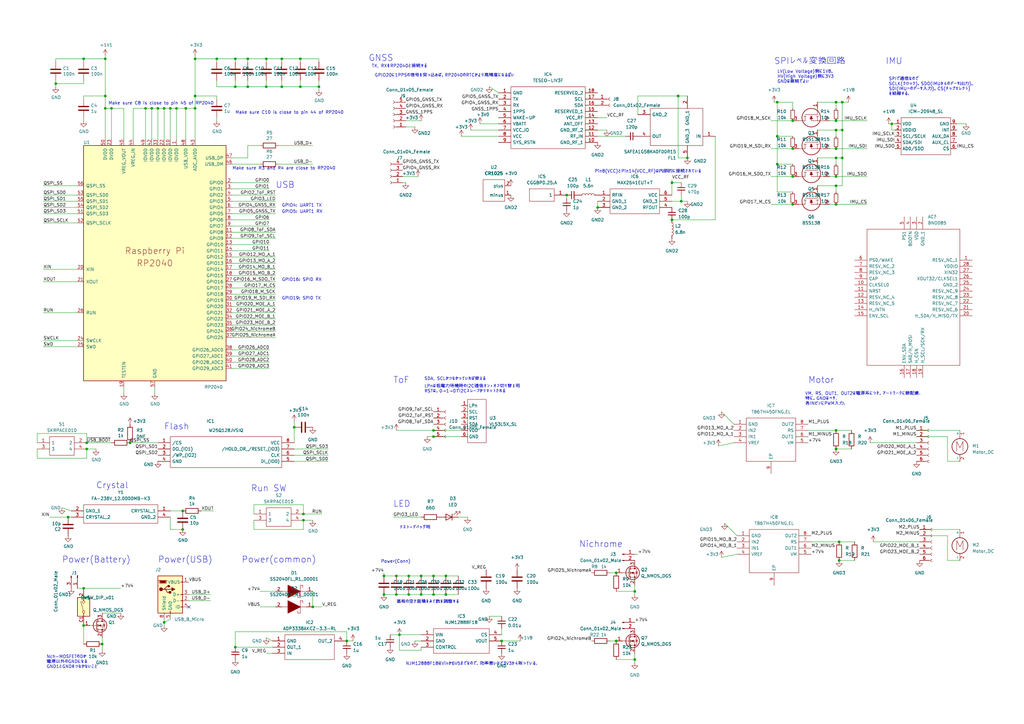
<source format=kicad_sch>
(kicad_sch (version 20211123) (generator eeschema)
  (paper "A3")
  (title_block (title "tanekonsat_2022_auto_runback") (company "DERC CanSat PJ") (comment 1 "Akio M"))
  (junction (at 342.9 41.91))
  (junction (at 74.93 217.17))
  (junction (at 43.18 24.13))
  (junction (at 232.41 80.01))
  (junction (at 163.83 260.35))
  (junction (at 342.9 184.15))
  (junction (at 142.24 262.89))
  (junction (at 325.12 83.82))
  (junction (at 109.22 35.56))
  (junction (at 22.86 34.29))
  (junction (at 101.6 24.13))
  (junction (at 318.77 55.88))
  (junction (at 74.93 209.55))
  (junction (at 130.81 35.56))
  (junction (at 59.69 44.45))
  (junction (at 80.01 44.45))
  (junction (at 53.34 181.61))
  (junction (at 182.88 243.84))
  (junction (at 157.48 236.22))
  (junction (at 172.72 236.22))
  (junction (at 345.44 53.34))
  (junction (at 88.9 24.13))
  (junction (at 279.4 82.55))
  (junction (at 344.17 229.87))
  (junction (at 344.17 222.25))
  (junction (at 162.56 243.84))
  (junction (at 342.9 49.53))
  (junction (at 80.01 24.13))
  (junction (at 325.12 49.53))
  (junction (at 325.12 60.96))
  (junction (at 43.18 44.45))
  (junction (at 318.77 67.31))
  (junction (at 124.46 210.82))
  (junction (at 281.94 64.77))
  (junction (at 167.64 243.84))
  (junction (at 167.64 236.22))
  (junction (at 41.91 264.16))
  (junction (at 318.77 41.91))
  (junction (at 109.22 24.13))
  (junction (at 123.19 35.56))
  (junction (at 157.48 243.84))
  (junction (at 260.35 242.57))
  (junction (at 345.44 64.77))
  (junction (at 115.57 35.56))
  (junction (at 342.9 83.82))
  (junction (at 34.29 24.13))
  (junction (at 96.52 24.13))
  (junction (at 260.35 270.51))
  (junction (at 64.77 44.45))
  (junction (at 365.76 50.8))
  (junction (at 342.9 76.2))
  (junction (at 27.94 212.09))
  (junction (at 342.9 72.39))
  (junction (at 177.8 176.53))
  (junction (at 62.23 44.45))
  (junction (at 67.31 255.27))
  (junction (at 128.27 248.92))
  (junction (at 177.8 236.22))
  (junction (at 275.59 90.17))
  (junction (at 115.57 24.13))
  (junction (at 96.52 35.56))
  (junction (at 43.18 39.37))
  (junction (at 182.88 236.22))
  (junction (at 72.39 44.45))
  (junction (at 120.65 175.26))
  (junction (at 34.29 256.54))
  (junction (at 35.56 184.15))
  (junction (at 76.2 44.45))
  (junction (at 177.8 243.84))
  (junction (at 278.13 39.37))
  (junction (at 245.11 85.09))
  (junction (at 342.9 53.34))
  (junction (at 34.29 241.3))
  (junction (at 172.72 243.84))
  (junction (at 69.85 44.45))
  (junction (at 205.74 262.89))
  (junction (at 275.59 74.93))
  (junction (at 123.19 24.13))
  (junction (at 345.44 41.91))
  (junction (at 325.12 72.39))
  (junction (at 252.73 234.95))
  (junction (at 96.52 265.43))
  (junction (at 124.46 213.36))
  (junction (at 342.9 60.96))
  (junction (at 162.56 236.22))
  (junction (at 177.8 179.07))
  (junction (at 67.31 44.45))
  (junction (at 45.72 44.45))
  (junction (at 252.73 262.89))
  (junction (at 80.01 39.37))
  (junction (at 35.56 181.61))
  (junction (at 342.9 176.53))
  (junction (at 342.9 64.77))
  (junction (at 101.6 35.56))
  (no_connect (at 77.47 248.92))
  (wire (pts (xy 17.78 110.49) (xy 31.75 110.49)))
  (wire (pts (xy 275.59 74.93) (xy 275.59 80.01)))
  (wire (pts (xy 80.01 22.86) (xy 80.01 24.13)))
  (wire (pts (xy 95.25 107.95) (xy 113.03 107.95)))
  (wire (pts (xy 101.6 25.4) (xy 101.6 24.13)))
  (wire (pts (xy 104.14 217.17) (xy 104.14 213.36)))
  (wire (pts (xy 95.25 118.11) (xy 113.03 118.11)))
  (wire (pts (xy 96.52 35.56) (xy 88.9 35.56)))
  (wire (pts (xy 95.25 128.27) (xy 113.03 128.27)))
  (wire (pts (xy 35.56 177.8) (xy 15.24 177.8)))
  (wire (pts (xy 177.8 243.84) (xy 182.88 243.84)))
  (wire (pts (xy 182.88 243.84) (xy 187.96 243.84)))
  (wire (pts (xy 342.9 49.53) (xy 340.36 49.53)))
  (wire (pts (xy 250.19 234.95) (xy 252.73 234.95)))
  (wire (pts (xy 355.6 83.82) (xy 342.9 83.82)))
  (wire (pts (xy 50.8 158.75) (xy 50.8 161.29)))
  (wire (pts (xy 15.24 177.8) (xy 15.24 181.61)))
  (wire (pts (xy 96.52 33.02) (xy 96.52 35.56)))
  (wire (pts (xy 365.76 53.34) (xy 365.76 50.8)))
  (wire (pts (xy 167.64 243.84) (xy 172.72 243.84)))
  (wire (pts (xy 318.77 55.88) (xy 318.77 41.91)))
  (wire (pts (xy 128.27 248.92) (xy 132.08 248.92)))
  (wire (pts (xy 50.8 57.15) (xy 50.8 44.45)))
  (wire (pts (xy 364.49 50.8) (xy 365.76 50.8)))
  (wire (pts (xy 342.9 72.39) (xy 340.36 72.39)))
  (wire (pts (xy 15.24 187.96) (xy 15.24 184.15)))
  (wire (pts (xy 248.92 53.34) (xy 245.11 53.34)))
  (wire (pts (xy 297.18 214.63) (xy 302.26 219.71)))
  (wire (pts (xy 95.25 115.57) (xy 113.03 115.57)))
  (wire (pts (xy 95.25 105.41) (xy 113.03 105.41)))
  (wire (pts (xy 331.47 176.53) (xy 342.9 176.53)))
  (wire (pts (xy 31.75 115.57) (xy 17.78 115.57)))
  (wire (pts (xy 69.85 57.15) (xy 69.85 44.45)))
  (wire (pts (xy 114.3 59.69) (xy 128.27 59.69)))
  (wire (pts (xy 335.28 41.91) (xy 342.9 41.91)))
  (wire (pts (xy 69.85 217.17) (xy 74.93 217.17)))
  (wire (pts (xy 95.25 87.63) (xy 113.03 87.63)))
  (wire (pts (xy 128.27 213.36) (xy 124.46 213.36)))
  (wire (pts (xy 193.04 53.34) (xy 204.47 53.34)))
  (wire (pts (xy 279.4 80.01) (xy 279.4 82.55)))
  (wire (pts (xy 109.22 24.13) (xy 115.57 24.13)))
  (wire (pts (xy 335.28 64.77) (xy 342.9 64.77)))
  (wire (pts (xy 388.62 179.07) (xy 388.62 189.23)))
  (wire (pts (xy 41.91 266.7) (xy 41.91 264.16)))
  (wire (pts (xy 294.64 182.88) (xy 300.99 181.61)))
  (wire (pts (xy 96.52 24.13) (xy 101.6 24.13)))
  (wire (pts (xy 171.45 72.39) (xy 165.1 72.39)))
  (wire (pts (xy 67.31 57.15) (xy 67.31 44.45)))
  (wire (pts (xy 31.75 76.2) (xy 17.78 76.2)))
  (wire (pts (xy 96.52 25.4) (xy 96.52 24.13)))
  (wire (pts (xy 342.9 64.77) (xy 345.44 64.77)))
  (wire (pts (xy 124.46 213.36) (xy 124.46 217.17)))
  (wire (pts (xy 67.31 255.27) (xy 67.31 256.54)))
  (wire (pts (xy 43.18 39.37) (xy 43.18 44.45)))
  (wire (pts (xy 172.72 49.53) (xy 166.37 49.53)))
  (wire (pts (xy 77.47 243.84) (xy 86.36 243.84)))
  (wire (pts (xy 325.12 78.74) (xy 318.77 78.74)))
  (wire (pts (xy 134.62 184.15) (xy 120.65 184.15)))
  (wire (pts (xy 88.9 48.26) (xy 88.9 49.53)))
  (wire (pts (xy 35.56 181.61) (xy 35.56 177.8)))
  (wire (pts (xy 62.23 57.15) (xy 62.23 44.45)))
  (wire (pts (xy 279.4 82.55) (xy 275.59 82.55)))
  (wire (pts (xy 342.9 76.2) (xy 342.9 78.74)))
  (wire (pts (xy 76.2 57.15) (xy 76.2 44.45)))
  (wire (pts (xy 101.6 59.69) (xy 101.6 64.77)))
  (wire (pts (xy 67.31 254) (xy 67.31 255.27)))
  (wire (pts (xy 132.08 210.82) (xy 124.46 210.82)))
  (wire (pts (xy 260.35 270.51) (xy 260.35 267.97)))
  (wire (pts (xy 25.4 208.28) (xy 29.21 209.55)))
  (wire (pts (xy 120.65 172.72) (xy 120.65 175.26)))
  (wire (pts (xy 101.6 35.56) (xy 109.22 35.56)))
  (wire (pts (xy 115.57 33.02) (xy 115.57 35.56)))
  (wire (pts (xy 34.29 39.37) (xy 43.18 39.37)))
  (wire (pts (xy 45.72 44.45) (xy 43.18 44.45)))
  (wire (pts (xy 77.47 246.38) (xy 86.36 246.38)))
  (wire (pts (xy 95.25 64.77) (xy 101.6 64.77)))
  (wire (pts (xy 342.9 176.53) (xy 349.25 176.53)))
  (wire (pts (xy 49.53 251.46) (xy 41.91 251.46)))
  (wire (pts (xy 109.22 261.62) (xy 111.76 262.89)))
  (wire (pts (xy 232.41 81.28) (xy 232.41 80.01)))
  (wire (pts (xy 325.12 44.45) (xy 325.12 41.91)))
  (wire (pts (xy 69.85 212.09) (xy 69.85 217.17)))
  (wire (pts (xy 124.46 207.01) (xy 124.46 210.82)))
  (wire (pts (xy 123.19 35.56) (xy 130.81 35.56)))
  (wire (pts (xy 377.19 217.17) (xy 393.7 217.17)))
  (wire (pts (xy 80.01 39.37) (xy 80.01 44.45)))
  (wire (pts (xy 120.65 175.26) (xy 120.65 181.61)))
  (wire (pts (xy 95.25 143.51) (xy 110.49 143.51)))
  (wire (pts (xy 43.18 24.13) (xy 43.18 39.37)))
  (wire (pts (xy 72.39 44.45) (xy 76.2 44.45)))
  (wire (pts (xy 80.01 39.37) (xy 88.9 39.37)))
  (wire (pts (xy 342.9 60.96) (xy 340.36 60.96)))
  (wire (pts (xy 245.11 55.88) (xy 256.54 55.88)))
  (wire (pts (xy 96.52 259.08) (xy 142.24 259.08)))
  (wire (pts (xy 114.3 67.31) (xy 128.27 67.31)))
  (wire (pts (xy 355.6 49.53) (xy 342.9 49.53)))
  (wire (pts (xy 191.77 212.09) (xy 187.96 212.09)))
  (wire (pts (xy 166.37 74.93) (xy 165.1 74.93)))
  (wire (pts (xy 115.57 25.4) (xy 115.57 24.13)))
  (wire (pts (xy 325.12 41.91) (xy 318.77 41.91)))
  (wire (pts (xy 130.81 25.4) (xy 130.81 24.13)))
  (wire (pts (xy 76.2 44.45) (xy 80.01 44.45)))
  (wire (pts (xy 388.62 219.71) (xy 377.19 219.71)))
  (wire (pts (xy 335.28 53.34) (xy 342.9 53.34)))
  (wire (pts (xy 43.18 22.86) (xy 43.18 24.13)))
  (wire (pts (xy 245.11 85.09) (xy 250.19 85.09)))
  (wire (pts (xy 128.27 242.57) (xy 128.27 248.92)))
  (wire (pts (xy 63.5 158.75) (xy 63.5 161.29)))
  (wire (pts (xy 167.64 236.22) (xy 172.72 236.22)))
  (wire (pts (xy 123.19 25.4) (xy 123.19 24.13)))
  (wire (pts (xy 356.87 181.61) (xy 375.92 181.61)))
  (wire (pts (xy 95.25 67.31) (xy 106.68 67.31)))
  (wire (pts (xy 22.86 25.4) (xy 22.86 24.13)))
  (wire (pts (xy 157.48 234.95) (xy 157.48 236.22)))
  (wire (pts (xy 101.6 35.56) (xy 96.52 35.56)))
  (wire (pts (xy 172.72 243.84) (xy 177.8 243.84)))
  (wire (pts (xy 67.31 44.45) (xy 69.85 44.45)))
  (wire (pts (xy 345.44 53.34) (xy 345.44 64.77)))
  (wire (pts (xy 64.77 44.45) (xy 67.31 44.45)))
  (wire (pts (xy 95.25 130.81) (xy 113.03 130.81)))
  (wire (pts (xy 35.56 187.96) (xy 15.24 187.96)))
  (wire (pts (xy 95.25 146.05) (xy 110.49 146.05)))
  (wire (pts (xy 261.62 46.99) (xy 261.62 39.37)))
  (wire (pts (xy 95.25 120.65) (xy 113.03 120.65)))
  (wire (pts (xy 388.62 229.87) (xy 393.7 229.87)))
  (wire (pts (xy 95.25 135.89) (xy 113.03 135.89)))
  (wire (pts (xy 124.46 207.01) (xy 104.14 207.01)))
  (wire (pts (xy 80.01 24.13) (xy 80.01 39.37)))
  (wire (pts (xy 17.78 87.63) (xy 31.75 87.63)))
  (wire (pts (xy 375.92 176.53) (xy 393.7 176.53)))
  (wire (pts (xy 62.23 44.45) (xy 64.77 44.45)))
  (wire (pts (xy 124.46 217.17) (xy 104.14 217.17)))
  (wire (pts (xy 95.25 123.19) (xy 113.03 123.19)))
  (wire (pts (xy 88.9 25.4) (xy 88.9 24.13)))
  (wire (pts (xy 59.69 57.15) (xy 59.69 44.45)))
  (wire (pts (xy 345.44 76.2) (xy 345.44 64.77)))
  (wire (pts (xy 355.6 72.39) (xy 342.9 72.39)))
  (wire (pts (xy 318.77 78.74) (xy 318.77 67.31)))
  (wire (pts (xy 22.86 34.29) (xy 34.29 34.29)))
  (wire (pts (xy 115.57 35.56) (xy 123.19 35.56)))
  (wire (pts (xy 34.29 48.26) (xy 34.29 49.53)))
  (wire (pts (xy 335.28 76.2) (xy 342.9 76.2)))
  (wire (pts (xy 101.6 33.02) (xy 101.6 35.56)))
  (wire (pts (xy 177.8 176.53) (xy 189.23 176.53)))
  (wire (pts (xy 34.29 34.29) (xy 34.29 33.02)))
  (wire (pts (xy 106.68 242.57) (xy 113.03 242.57)))
  (wire (pts (xy 162.56 243.84) (xy 167.64 243.84)))
  (wire (pts (xy 104.14 207.01) (xy 104.14 210.82)))
  (wire (pts (xy 17.78 80.01) (xy 31.75 80.01)))
  (wire (pts (xy 96.52 265.43) (xy 96.52 259.08)))
  (wire (pts (xy 293.37 55.88) (xy 293.37 90.17)))
  (wire (pts (xy 72.39 44.45) (xy 72.39 57.15)))
  (wire (pts (xy 170.18 52.07) (xy 166.37 52.07)))
  (wire (pts (xy 74.93 209.55) (xy 69.85 209.55)))
  (wire (pts (xy 345.44 41.91) (xy 342.9 41.91)))
  (wire (pts (xy 101.6 59.69) (xy 106.68 59.69)))
  (wire (pts (xy 88.9 24.13) (xy 96.52 24.13)))
  (wire (pts (xy 39.37 184.15) (xy 35.56 184.15)))
  (wire (pts (xy 80.01 44.45) (xy 80.01 57.15)))
  (wire (pts (xy 95.25 80.01) (xy 113.03 80.01)))
  (wire (pts (xy 344.17 222.25) (xy 350.52 222.25)))
  (wire (pts (xy 69.85 254) (xy 67.31 255.27)))
  (wire (pts (xy 95.25 100.33) (xy 110.49 100.33)))
  (wire (pts (xy 31.75 91.44) (xy 17.78 91.44)))
  (wire (pts (xy 45.72 181.61) (xy 35.56 181.61)))
  (wire (pts (xy 95.25 148.59) (xy 110.49 148.59)))
  (wire (pts (xy 95.25 113.03) (xy 113.03 113.03)))
  (wire (pts (xy 20.32 212.09) (xy 27.94 212.09)))
  (wire (pts (xy 95.25 97.79) (xy 113.03 97.79)))
  (wire (pts (xy 342.9 76.2) (xy 345.44 76.2)))
  (wire (pts (xy 109.22 24.13) (xy 109.22 25.4)))
  (wire (pts (xy 109.22 35.56) (xy 115.57 35.56)))
  (wire (pts (xy 278.13 64.77) (xy 278.13 39.37)))
  (wire (pts (xy 82.55 209.55) (xy 87.63 209.55)))
  (wire (pts (xy 34.29 241.3) (xy 31.75 241.3)))
  (wire (pts (xy 95.25 92.71) (xy 110.49 92.71)))
  (wire (pts (xy 95.25 133.35) (xy 113.03 133.35)))
  (wire (pts (xy 22.86 33.02) (xy 22.86 34.29)))
  (wire (pts (xy 281.94 82.55) (xy 279.4 82.55)))
  (wire (pts (xy 205.74 257.81) (xy 205.74 260.35)))
  (wire (pts (xy 345.44 41.91) (xy 345.44 53.34)))
  (wire (pts (xy 31.75 142.24) (xy 17.78 142.24)))
  (wire (pts (xy 347.98 41.91) (xy 345.44 41.91)))
  (wire (pts (xy 332.74 222.25) (xy 344.17 222.25)))
  (wire (pts (xy 260.35 243.84) (xy 260.35 242.57)))
  (wire (pts (xy 106.68 248.92) (xy 113.03 248.92)))
  (wire (pts (xy 196.85 50.8) (xy 204.47 50.8)))
  (wire (pts (xy 367.03 53.34) (xy 365.76 53.34)))
  (wire (pts (xy 142.24 259.08) (xy 142.24 262.89)))
  (wire (pts (xy 189.23 55.88) (xy 204.47 55.88)))
  (wire (pts (xy 95.25 95.25) (xy 113.03 95.25)))
  (wire (pts (xy 88.9 33.02) (xy 88.9 35.56)))
  (wire (pts (xy 34.29 256.54) (xy 34.29 264.16)))
  (wire (pts (xy 275.59 73.66) (xy 275.59 74.93)))
  (wire (pts (xy 157.48 236.22) (xy 162.56 236.22)))
  (wire (pts (xy 170.18 262.89) (xy 172.72 262.89)))
  (wire (pts (xy 318.77 67.31) (xy 318.77 55.88)))
  (wire (pts (xy 34.29 40.64) (xy 34.29 39.37)))
  (wire (pts (xy 200.66 35.56) (xy 204.47 38.1)))
  (wire (pts (xy 80.01 24.13) (xy 88.9 24.13)))
  (wire (pts (xy 95.25 74.93) (xy 110.49 74.93)))
  (wire (pts (xy 27.94 212.09) (xy 29.21 212.09)))
  (wire (pts (xy 95.25 90.17) (xy 110.49 90.17)))
  (wire (pts (xy 163.83 266.7) (xy 163.83 260.35)))
  (wire (pts (xy 316.23 49.53) (xy 325.12 49.53)))
  (wire (pts (xy 17.78 82.55) (xy 31.75 82.55)))
  (wire (pts (xy 160.02 260.35) (xy 163.83 260.35)))
  (wire (pts (xy 200.66 252.73) (xy 205.74 252.73)))
  (wire (pts (xy 172.72 236.22) (xy 177.8 236.22)))
  (wire (pts (xy 31.75 139.7) (xy 17.78 139.7)))
  (wire (pts (xy 88.9 40.64) (xy 88.9 39.37)))
  (wire (pts (xy 101.6 24.13) (xy 109.22 24.13)))
  (wire (pts (xy 342.9 41.91) (xy 342.9 44.45)))
  (wire (pts (xy 177.8 236.22) (xy 182.88 236.22)))
  (wire (pts (xy 162.56 236.22) (xy 167.64 236.22)))
  (wire (pts (xy 252.73 242.57) (xy 260.35 242.57)))
  (wire (pts (xy 95.25 85.09) (xy 113.03 85.09)))
  (wire (pts (xy 261.62 39.37) (xy 278.13 39.37)))
  (wire (pts (xy 388.62 219.71) (xy 388.62 229.87)))
  (wire (pts (xy 388.62 179.07) (xy 375.92 179.07)))
  (wire (pts (xy 318.77 41.91) (xy 317.5 41.91)))
  (wire (pts (xy 17.78 85.09) (xy 31.75 85.09)))
  (wire (pts (xy 95.25 110.49) (xy 113.03 110.49)))
  (wire (pts (xy 45.72 57.15) (xy 45.72 44.45)))
  (wire (pts (xy 50.8 44.45) (xy 45.72 44.45)))
  (wire (pts (xy 43.18 44.45) (xy 43.18 57.15)))
  (wire (pts (xy 69.85 44.45) (xy 72.39 44.45)))
  (wire (pts (xy 163.83 260.35) (xy 172.72 260.35)))
  (wire (pts (xy 172.72 266.7) (xy 163.83 266.7)))
  (wire (pts (xy 54.61 57.15) (xy 54.61 44.45)))
  (wire (pts (xy 95.25 125.73) (xy 113.03 125.73)))
  (wire (pts (xy 175.26 179.07) (xy 177.8 179.07)))
  (wire (pts (xy 396.24 50.8) (xy 392.43 50.8)))
  (wire (pts (xy 95.25 77.47) (xy 110.49 77.47)))
  (wire (pts (xy 325.12 55.88) (xy 318.77 55.88)))
  (wire (pts (xy 177.8 179.07) (xy 189.23 179.07)))
  (wire (pts (xy 123.19 33.02) (xy 123.19 35.56)))
  (wire (pts (xy 250.19 262.89) (xy 252.73 262.89)))
  (wire (pts (xy 54.61 44.45) (xy 59.69 44.45)))
  (wire (pts (xy 205.74 262.89) (xy 213.36 262.89)))
  (wire (pts (xy 344.17 229.87) (xy 350.52 229.87)))
  (wire (pts (xy 134.62 189.23) (xy 120.65 189.23)))
  (wire (pts (xy 316.23 83.82) (xy 325.12 83.82)))
  (wire (pts (xy 342.9 53.34) (xy 345.44 53.34)))
  (wire (pts (xy 325.12 67.31) (xy 318.77 67.31)))
  (wire (pts (xy 261.62 227.33) (xy 260.35 227.33)))
  (wire (pts (xy 316.23 60.96) (xy 325.12 60.96)))
  (wire (pts (xy 34.29 25.4) (xy 34.29 24.13)))
  (wire (pts (xy 245.11 82.55) (xy 245.11 85.09)))
  (wire (pts (xy 49.53 241.3) (xy 34.29 241.3)))
  (wire (pts (xy 31.75 128.27) (xy 17.78 128.27)))
  (wire (pts (xy 95.25 102.87) (xy 110.49 102.87)))
  (wire (pts (xy 115.57 24.13) (xy 123.19 24.13)))
  (wire (pts (xy 295.91 168.91) (xy 300.99 173.99)))
  (wire (pts (xy 142.24 262.89) (xy 144.78 262.89)))
  (wire (pts (xy 157.48 243.84) (xy 162.56 243.84)))
  (wire (pts (xy 342.9 53.34) (xy 342.9 55.88)))
  (wire (pts (xy 22.86 24.13) (xy 34.29 24.13)))
  (wire (pts (xy 342.9 64.77) (xy 342.9 67.31)))
  (wire (pts (xy 130.81 33.02) (xy 130.81 35.56)))
  (wire (pts (xy 275.59 90.17) (xy 293.37 90.17)))
  (wire (pts (xy 123.19 24.13) (xy 130.81 24.13)))
  (wire (pts (xy 260.35 242.57) (xy 260.35 240.03)))
  (wire (pts (xy 358.14 222.25) (xy 377.19 222.25)))
  (wire (pts (xy 95.25 138.43) (xy 113.03 138.43)))
  (wire (pts (xy 182.88 236.22) (xy 187.96 236.22)))
  (wire (pts (xy 248.92 48.26) (xy 245.11 48.26)))
  (wire (pts (xy 162.56 176.53) (xy 177.8 176.53)))
  (wire (pts (xy 355.6 60.96) (xy 342.9 60.96)))
  (wire (pts (xy 130.81 35.56) (xy 130.81 36.83)))
  (wire (pts (xy 35.56 184.15) (xy 35.56 187.96)))
  (wire (pts (xy 22.86 34.29) (xy 22.86 35.56)))
  (wire (pts (xy 109.22 267.97) (xy 111.76 267.97)))
  (wire (pts (xy 281.94 64.77) (xy 278.13 64.77)))
  (wire (pts (xy 275.59 74.93) (xy 279.4 74.93)))
  (wire (pts (xy 260.35 271.78) (xy 260.35 270.51)))
  (wire (pts (xy 41.91 264.16) (xy 41.91 261.62)))
  (wire (pts (xy 96.52 265.43) (xy 111.76 265.43)))
  (wire (pts (xy 53.34 181.61) (xy 64.77 181.61)))
  (wire (pts (xy 34.29 24.13) (xy 43.18 24.13)))
  (wire (pts (xy 172.72 265.43) (xy 172.72 266.7)))
  (wire (pts (xy 342.9 184.15) (xy 349.25 184.15)))
  (wire (pts (xy 109.22 33.02) (xy 109.22 35.56)))
  (wire (pts (xy 316.23 72.39) (xy 325.12 72.39)))
  (wire (pts (xy 252.73 270.51) (xy 260.35 270.51)))
  (wire (pts (xy 134.62 186.69) (xy 120.65 186.69)))
  (wire (pts (xy 388.62 189.23) (xy 393.7 189.23)))
  (wire (pts (xy 64.77 57.15) (xy 64.77 44.45)))
  (wire (pts (xy 95.25 82.55) (xy 113.03 82.55)))
  (wire (pts (xy 295.91 228.6) (xy 302.26 227.33)))
  (wire (pts (xy 95.25 151.13) (xy 110.49 151.13)))
  (wire (pts (xy 342.9 83.82) (xy 340.36 83.82)))
  (wire (pts (xy 278.13 39.37) (xy 281.94 39.37)))
  (wire (pts (xy 365.76 50.8) (xy 367.03 50.8)))
  (wire (pts (xy 161.29 212.09) (xy 172.72 212.09)))
  (wire (pts (xy 59.69 44.45) (xy 62.23 44.45)))
  (text "LV(Low Voltage)側に1V8，\nHV(High Voltage)側に3V3\nGNDは直結でよい" (at 318.77 34.29 0) (effects (font (size 1.27 1.27)) (justify left bottom)))
  (text "SPIレベル変換回路" (at 317.5 26.67 0) (effects (font (size 2.54 2.54)) (justify left bottom)))
  (text "SPIで通信なので\nSCLK(クロック)，SDO(IMUからのデータ出力)，\nSDI(IMUへのデータ入力)，CS(チップセレクト)\nを結線する．" (at 364.49 39.37 0) (effects (font (size 1.27 1.27)) (justify left bottom)))
  (text "LPnは低電力待機時のI2C通信オン・オフ切り替え用\nRSTは，0→1→0でI2Cスレーブがリセットされる" (at 173.99 161.29 0) (effects (font (size 1.27 1.27)) (justify left bottom)))
  (text "SDA, SCLがつながっていれば使える" (at 173.99 156.21 0) (effects (font (size 1.27 1.27)) (justify left bottom)))
  (text "GPIO5: UART1 RX" (at 115.57 87.63 0) (effects (font (size 1.27 1.27)) (justify left bottom)))
  (text "Power(Conn)" (at 156.21 231.14 0) (effects (font (size 1.27 1.27)) (justify left bottom)))
  (text "Nch-MOSFETのDが\n電源以外のGNDになる\nGND1とGNDをつながないこと" (at 19.05 274.32 0) (effects (font (size 1.27 1.27)) (justify left bottom)))
  (text "GNSS" (at 151.13 25.4 0) (effects (font (size 2.54 2.54)) (justify left bottom)))
  (text "GPIO19: SPI0 TX" (at 115.57 123.19 0) (effects (font (size 1.27 1.27)) (justify left bottom)))
  (text "Make sure C10 is close to pin 44 of RP2040" (at 96.52 46.99 0) (effects (font (size 1.27 1.27)) (justify left bottom)))
  (text "Motor" (at 331.47 157.48 0) (effects (font (size 2.54 2.54)) (justify left bottom)))
  (text "LED" (at 161.29 208.28 0) (effects (font (size 2.54 2.54)) (justify left bottom)))
  (text "テスト・デバッグ用" (at 163.83 217.17 0) (effects (font (size 1.27 1.27)) (justify left bottom)))
  (text "NJM12888F18はVinが6V5までなので，効率悪いけど3V3から取っている．" (at 166.37 273.05 0) (effects (font (size 1.27 1.27)) (justify left bottom)))
  (text "Pin8(VCC)とPin14(VCC_RF)は内部的に接続されている" (at 243.84 71.12 0) (effects (font (size 1.27 1.27)) (justify left bottom)))
  (text "Nichrome" (at 237.49 224.79 0) (effects (font (size 2.54 2.54)) (justify left bottom)))
  (text "Make sure R3 and R4 are close to RP2040" (at 95.25 69.85 0) (effects (font (size 1.27 1.27)) (justify left bottom)))
  (text "TX, RXをRP2040と接続する" (at 152.4 27.94 0) (effects (font (size 1.27 1.27)) (justify left bottom)))
  (text "GPIO20に1PPSの信号を突っ込めば，RP2040のRTCがより高精度になるぽい" (at 153.67 31.75 0) (effects (font (size 1.27 1.27)) (justify left bottom)))
  (text "Power(common)" (at 99.06 231.14 0) (effects (font (size 2.54 2.54)) (justify left bottom)))
  (text "ToF" (at 161.29 157.48 0) (effects (font (size 2.54 2.54)) (justify left bottom)))
  (text "GPIO16: SPI0 RX" (at 115.57 115.57 0) (effects (font (size 1.27 1.27)) (justify left bottom)))
  (text "基板の空き面積をみて数を調整する" (at 162.56 247.65 0) (effects (font (size 1.27 1.27)) (justify left bottom)))
  (text "VM, RS, OUT1, OUT2は電源系につき，アートワークに要配慮．\n特に，GNDはベタ．\n各INピンにPWM入力．" (at 330.2 166.37 0) (effects (font (size 1.27 1.27)) (justify left bottom)))
  (text "Flash" (at 67.31 176.53 0) (effects (font (size 2.54 2.54)) (justify left bottom)))
  (text "USB" (at 113.03 77.47 0) (effects (font (size 2.56 2.56)) (justify left bottom)))
  (text "Make sure C8 is close to pin 45 of RP2040" (at 44.45 43.18 0) (effects (font (size 1.27 1.27)) (justify left bottom)))
  (text "Run SW" (at 102.87 201.93 0) (effects (font (size 2.56 2.56)) (justify left bottom)))
  (text "Power(Battery)" (at 25.4 231.14 0) (effects (font (size 2.54 2.54)) (justify left bottom)))
  (text "Crystal" (at 39.37 200.66 0) (effects (font (size 2.54 2.54)) (justify left bottom)))
  (text "GPIO4: UART1 TX" (at 115.57 85.09 0) (effects (font (size 1.27 1.27)) (justify left bottom)))
  (text "Power(USB)" (at 64.77 231.14 0) (effects (font (size 2.54 2.54)) (justify left bottom)))
  (text "IMU" (at 363.22 26.67 0) (effects (font (size 2.54 2.54)) (justify left bottom)))
  (label "GPIO9_ToF_SCL" (at 177.8 168.91 180))
  (label "GPIO4_GNSS_RX" (at 166.37 44.45 0))
  (label "+7V4" (at 106.68 242.57 180))
  (label "GPIO3_LED" (at 161.29 212.09 0))
  (label "USB_D-" (at 86.36 246.38 180))
  (label "GPIO4_GNSS_RX" (at 204.47 43.18 180))
  (label "IMU_SDO" (at 367.03 60.96 180))
  (label "GPIO1" (at 110.49 77.47 180))
  (label "GPIO14_MO_B_1" (at 302.26 224.79 180))
  (label "XIN" (at 20.32 212.09 180))
  (label "GPIO5_GNSS_TX" (at 204.47 40.64 180))
  (label "GPIO11" (at 110.49 102.87 180))
  (label "XIN" (at 17.78 110.49 0))
  (label "XOUT" (at 87.63 209.55 180))
  (label "GPIO13_MO_A_2" (at 300.99 176.53 180))
  (label "GPIO21_MOE_A_2" (at 113.03 128.27 180))
  (label "GPIO15_MO_B_2" (at 113.03 113.03 180))
  (label "IMU_SCLK" (at 367.03 55.88 180))
  (label "GNSS_1PPS" (at 204.47 45.72 180))
  (label "QSPI_SCLK" (at 17.78 91.44 0))
  (label "GPIO3_LED" (at 113.03 82.55 180))
  (label "QSPI_SD2" (at 64.77 186.69 180))
  (label "+7V4" (at 260.35 255.27 0))
  (label "IMU_CS" (at 392.43 60.96 0))
  (label "+7V4" (at 157.48 234.95 180))
  (label "GPIO8_ToF_SDA" (at 113.03 95.25 180))
  (label "GPIO18_M_SCK" (at 113.03 120.65 180))
  (label "GPIO8_ToF_SDA" (at 177.8 173.99 180))
  (label "GPIO22_MOE_B_1" (at 113.03 130.81 180))
  (label "M1_PLUS" (at 375.92 176.53 180))
  (label "GPIO20_MOE_A_1" (at 113.03 125.73 180))
  (label "GPIO24_NichromeB" (at 242.57 262.89 180))
  (label "SWD" (at 17.78 142.24 0))
  (label "RUN" (at 17.78 128.27 0))
  (label "+7V4" (at 261.62 227.33 0))
  (label "GPIO24_NichromeB" (at 113.03 135.89 180))
  (label "XOUT" (at 17.78 115.57 0))
  (label "GPIO15_MO_B_2" (at 302.26 222.25 180))
  (label "GPIO2_ToF_RST" (at 113.03 80.01 180))
  (label "GPIO5_GNSS_TX" (at 166.37 41.91 0))
  (label "USB_D+" (at 86.36 243.84 180))
  (label "GPIO20_MOE_A_1" (at 375.92 184.15 180))
  (label "VCC_RF" (at 248.92 48.26 0))
  (label "+7V4" (at 49.53 241.3 0))
  (label "GPIO16_M_SDO_TX" (at 316.23 72.39 180))
  (label "M2_MINUS" (at 377.19 219.71 180))
  (label "GPIO19_M_SDI_RX" (at 113.03 123.19 180))
  (label "GPIO25_NichromeA" (at 242.57 234.95 180))
  (label "IMU_CS" (at 355.6 83.82 180))
  (label "GPIO28_ADC2" (at 110.49 148.59 180))
  (label "QSPI_SS" (at 53.34 181.61 0))
  (label "GPIO12_MO_A_1" (at 300.99 179.07 180))
  (label "VBUS" (at 106.68 248.92 180))
  (label "QSPI_SD1" (at 64.77 184.15 180))
  (label "GPIO25_NichromeA" (at 113.03 138.43 180))
  (label "QSPI_SD0" (at 17.78 80.01 0))
  (label "GPIO18_M_SCK" (at 316.23 49.53 180))
  (label "M2_PLUS" (at 332.74 219.71 0))
  (label "QSPI_SD3" (at 134.62 184.15 180))
  (label "GPIO17_M_CS" (at 316.23 83.82 180))
  (label "V_REG" (at 132.08 248.92 0))
  (label "QSPI_SCLK" (at 134.62 186.69 180))
  (label "GPIO10" (at 110.49 100.33 180))
  (label "QSPI_SD1" (at 17.78 82.55 0))
  (label "IMU_SDO" (at 355.6 72.39 180))
  (label "GPIO0" (at 110.49 74.93 180))
  (label "V_REG" (at 109.22 267.97 180))
  (label "GPIO6" (at 110.49 90.17 180))
  (label "GPIO9_ToF_SCL" (at 113.03 97.79 180))
  (label "GPIO13_MO_A_2" (at 113.03 107.95 180))
  (label "USB_D+" (at 128.27 59.69 180))
  (label "GPIO29_ADC3" (at 110.49 151.13 180))
  (label "QSPI_SD2" (at 17.78 85.09 0))
  (label "GPIO27_ADC1" (at 110.49 146.05 180))
  (label "M1_MINUS" (at 331.47 179.07 0))
  (label "M2_PLUS" (at 377.19 217.17 180))
  (label "GPIO19_M_SDI_RX" (at 316.23 60.96 180))
  (label "+7V4" (at 332.74 227.33 0))
  (label "GPIO16_M_SDO_TX" (at 113.03 115.57 180))
  (label "SWCLK" (at 17.78 139.7 0))
  (label "GPIO5_GNSS_TX" (at 113.03 87.63 180))
  (label "+7V4" (at 331.47 181.61 0))
  (label "QSPI_SD3" (at 17.78 87.63 0))
  (label "~{USB_BOOT}" (at 35.56 181.61 0))
  (label "GNSS_1PPS" (at 166.37 46.99 0))
  (label "GPIO23_MOE_B_2" (at 377.19 227.33 180))
  (label "GPIO23_MOE_B_2" (at 113.03 133.35 180))
  (label "GPIO7" (at 110.49 92.71 180))
  (label "IMU_SCLK" (at 355.6 49.53 180))
  (label "GPIO14_MO_B_1" (at 113.03 110.49 180))
  (label "QSPI_SD0" (at 134.62 189.23 180))
  (label "GPIO17_M_CS" (at 113.03 118.11 180))
  (label "GPIO21_MOE_A_2" (at 375.92 186.69 180))
  (label "IMU_SDI" (at 355.6 60.96 180))
  (label "QSPI_SS" (at 17.78 76.2 0))
  (label "IMU_SDI" (at 367.03 58.42 180))
  (label "GPIO2_ToF_RST" (at 177.8 171.45 180))
  (label "M2_MINUS" (at 332.74 224.79 0))
  (label "RUN" (at 132.08 210.82 180))
  (label "V_REG" (at 199.39 233.68 180))
  (label "VCC_RF" (at 275.59 73.66 0))
  (label "GPIO4_GNSS_RX" (at 165.1 69.85 0))
  (label "M1_PLUS" (at 331.47 173.99 0))
  (label "GPIO5_GNSS_TX" (at 165.1 67.31 0))
  (label "GPIO4_GNSS_RX" (at 113.03 85.09 180))
  (label "VBUS" (at 77.47 238.76 0))
  (label "GPIO26_ADC0" (at 110.49 143.51 180))
  (label "USB_D-" (at 128.27 67.31 180))
  (label "M1_MINUS" (at 375.92 179.07 180))
  (label "GPIO22_MOE_B_1" (at 377.19 224.79 180))
  (label "GPIO12_MO_A_1" (at 113.03 105.41 180))
  (symbol (lib_id "power:GND") (at 64.77 189.23 0) (unit 1)
    (property "Reference" "#PWR012" (effects hide))
    (property "Value" "GND" (at 60.96 190.5 0))
  )
  (symbol (lib_id "power:+3V3") (at 80.01 22.86 0) (unit 1)
    (property "Reference" "#PWR015" (effects hide))
    (property "Value" "+3V3" (at 80.391 18.4658 0))
  )
  (symbol (lib_id "Device:C_Small") (at 96.52 267.97 0) (unit 1)
    (property "Reference" "C9" (at 99.06 266.7062 0) (effects (justify left)))
    (property "Value" "1u" (at 99.06 269.2462 0) (effects (justify left)))
    (property "Footprint" "Capacitor_SMD:C_0402_1005Metric" (effects hide))
    (property "LCSC" "C52923" (effects hide))
  )
  (symbol (lib_id "power:+3V3") (at 294.64 182.88 0) (unit 1)
    (property "Reference" "#PWR052" (effects hide))
    (property "Value" "+3V3" (at 290.83 181.61 0))
  )
  (symbol (lib_id "power:GND1") (at 29.21 241.3 0) (unit 1)
    (property "Reference" "#PWR03" (effects hide))
    (property "Value" "GND1" (at 26.67 243.84 0))
  )
  (symbol (lib_id "power:+3V3") (at 53.34 173.99 0) (unit 1)
    (property "Reference" "#PWR010" (effects hide))
    (property "Value" "+3V3" (at 57.15 172.72 0))
  )
  (symbol (lib_id "Device:R") (at 110.49 59.69 270) (unit 1)
    (property "Reference" "R5" (at 110.49 54.4322 90))
    (property "Value" "27" (at 110.49 56.7436 90))
    (property "Footprint" "Resistor_SMD:R_0402_1005Metric" (effects hide))
    (property "LCSC" "C25771" (effects hide))
  )
  (symbol (lib_id "Device:R") (at 78.74 209.55 270) (unit 1)
    (property "Reference" "R4" (at 78.74 204.2922 90))
    (property "Value" "1k" (at 78.74 206.6036 90))
    (property "Footprint" "Resistor_SMD:R_0402_1005Metric" (effects hide))
    (property "LCSC" "C11702" (effects hide))
  )
  (symbol (lib_id "Device:R") (at 349.25 180.34 0) (mirror x) (unit 1)
    (property "Reference" "R20" (at 351.79 181.6101 0) (effects (justify left)))
    (property "Value" "R" (at 351.79 179.0701 0) (effects (justify left)))
    (property "Footprint" "Resistor_SMD:R_0603_1608Metric_Pad0.98x0.95mm_HandSolder" (effects hide))
  )
  (symbol (lib_id "power:+3V3") (at 356.87 181.61 0) (unit 1)
    (property "Reference" "#PWR064" (effects hide))
    (property "Value" "+3V3" (at 356.87 176.53 0))
  )
  (symbol (lib_id "power:GND") (at 260.35 243.84 0) (unit 1)
    (property "Reference" "#PWR046" (effects hide))
    (property "Value" "GND" (at 260.35 248.92 0))
  )
  (symbol (lib_id "Device:C") (at 101.6 29.21 0) (unit 1)
    (property "Reference" "C10" (at 104.521 28.0416 0) (effects (justify left)))
    (property "Value" "100n" (at 104.521 30.353 0) (effects (justify left)))
    (property "Footprint" "Capacitor_SMD:C_0402_1005Metric" (effects hide))
    (property "LCSC" "C1525" (effects hide))
  )
  (symbol (lib_name "Conn_01x02_Male_1") (lib_id "Connector:Conn_01x02_Male") (at 255.27 255.27 0) (unit 1)
    (property "Reference" "J4" (at 251.46 255.27 0))
    (property "Value" "Conn_01x02_Male" (at 246.38 257.81 0))
    (property "Footprint" "tanekonsat:PinHeader_1x02_P2.00mm_Vertical" (effects hide))
  )
  (symbol (lib_id "Device:LED") (at 184.15 212.09 180) (unit 1)
    (property "Reference" "D3" (at 185.7375 204.47 0))
    (property "Value" "LED" (at 185.7375 207.01 0))
    (property "Footprint" "Capacitor_SMD:C_0603_1608Metric_Pad1.08x0.95mm_HandSolder" (effects hide))
  )
  (symbol (lib_id "power:GND3") (at 295.91 168.91 0) (unit 1)
    (property "Reference" "#PWR053" (effects hide))
    (property "Value" "GND3" (at 290.83 171.45 0))
  )
  (symbol (lib_id "power:GND2") (at 170.18 52.07 0) (unit 1)
    (property "Reference" "#PWR0103" (effects hide))
    (property "Value" "GND2" (at 173.99 54.61 0))
  )
  (symbol (lib_id "SamacSys_Parts:CGGBPD.25.A") (at 232.41 80.01 180) (unit 1)
    (property "Reference" "IC5" (at 222.25 72.39 0))
    (property "Value" "CGGBPD.25.A" (at 222.25 74.93 0))
    (property "Footprint" "SamacSys_Parts:CGGBPD25A" (effects hide))
    (property "Datasheet" "https://cdn.taoglas.com/datasheets/CGGBP.25.4.A.02.pdf" (effects hide))
    (property "Description" "EVAL BOARD GPS/GLONASS/BEIDOU" (effects hide))
    (property "Height" "5.4" (effects hide))
    (property "Manufacturer_Name" "Taoglas" (effects hide))
    (property "Manufacturer_Part_Number" "CGGBPD.25.A" (effects hide))
    (property "Mouser Part Number" "960-CGGBPD.25.A" (effects hide))
    (property "Mouser Price/Stock" "https://www.mouser.co.uk/ProductDetail/Taoglas/CGGBPD25A?qs=gQGbhTXPkfgXlaXTNwnwuA%3D%3D" (effects hide))
  )
  (symbol (lib_id "Device:C") (at 157.48 240.03 0) (unit 1)
    (property "Reference" "C18" (at 161.29 238.7599 0) (effects (justify left)))
    (property "Value" "100u" (at 161.29 241.2999 0) (effects (justify left)))
    (property "Footprint" "Capacitor_SMD:C_1206_3216Metric" (effects hide))
  )
  (symbol (lib_id "SamacSys_Parts:BSS138") (at 335.28 41.91 90) (mirror x) (unit 1)
    (property "Reference" "Q3" (at 332.74 54.61 90))
    (property "Value" "BSS138" (at 332.74 57.15 90))
    (property "Footprint" "SamacSys_Parts:SOT95P240X120-3N" (effects hide))
    (property "Datasheet" "https://www.onsemi.com/pub/Collateral/BSS138-D.PDF" (effects hide))
    (property "Description" "N-channel MOSFET,BSS138 0.2A 50V" (effects hide))
    (property "Height" "1.2" (effects hide))
    (property "Manufacturer_Name" "onsemi" (effects hide))
    (property "Manufacturer_Part_Number" "BSS138" (effects hide))
    (property "Mouser Part Number" "512-BSS138" (effects hide))
    (property "Mouser Price/Stock" "https://www.mouser.co.uk/ProductDetail/ON-Semiconductor-Fairchild/BSS138?qs=HK%252BeIG1iaahCeqBvjB4arg%3D%3D" (effects hide))
    (property "Arrow Part Number" "BSS138" (effects hide))
    (property "Arrow Price/Stock" "https://www.arrow.com/en/products/bss138/on-semiconductor" (effects hide))
  )
  (symbol (lib_id "power:GND") (at 67.31 256.54 0) (unit 1)
    (property "Reference" "#PWR013" (effects hide))
    (property "Value" "GND" (at 64.77 256.54 0))
  )
  (symbol (lib_id "Device:C") (at 182.88 240.03 0) (unit 1)
    (property "Reference" "C32" (at 186.69 238.7599 0) (effects (justify left)))
    (property "Value" "100u" (at 186.69 241.2999 0) (effects (justify left)))
    (property "Footprint" "Capacitor_SMD:C_1206_3216Metric" (effects hide))
  )
  (symbol (lib_id "power:GND") (at 191.77 212.09 0) (unit 1)
    (property "Reference" "#PWR038" (effects hide))
    (property "Value" "GND" (at 191.77 217.17 0))
  )
  (symbol (lib_id "Device:C") (at 212.09 237.49 0) (unit 1)
    (property "Reference" "C20" (at 215.9 236.2199 0) (effects (justify left)))
    (property "Value" "100u" (at 215.9 238.7599 0) (effects (justify left)))
    (property "Footprint" "Capacitor_SMD:C_1206_3216Metric" (effects hide))
  )
  (symbol (lib_id "Device:C") (at 34.29 44.45 0) (unit 1)
    (property "Reference" "C4" (at 37.211 43.2816 0) (effects (justify left)))
    (property "Value" "1u" (at 37.211 45.593 0) (effects (justify left)))
    (property "Footprint" "Capacitor_SMD:C_0402_1005Metric" (effects hide))
    (property "LCSC" "C52923" (effects hide))
  )
  (symbol (lib_id "power:GND2") (at 166.37 74.93 0) (unit 1)
    (property "Reference" "#PWR0101" (effects hide))
    (property "Value" "GND2" (at 166.37 80.01 0))
  )
  (symbol (lib_id "Device:C") (at 34.29 29.21 0) (unit 1)
    (property "Reference" "C3" (at 37.211 28.0416 0) (effects (justify left)))
    (property "Value" "100n" (at 37.211 30.353 0) (effects (justify left)))
    (property "Footprint" "Capacitor_SMD:C_0402_1005Metric" (effects hide))
    (property "LCSC" "C1525" (effects hide))
  )
  (symbol (lib_id "Device:R_Small") (at 325.12 46.99 0) (mirror y) (unit 1)
    (property "Reference" "R10" (at 322.58 45.7199 0) (effects (justify left)))
    (property "Value" "10k" (at 322.58 48.2599 0) (effects (justify left)))
    (property "Footprint" "Resistor_SMD:R_0402_1005Metric" (effects hide))
    (property "LCSC" "C25744" (effects hide))
  )
  (symbol (lib_id "SamacSys_Parts:BSS138") (at 335.28 76.2 90) (mirror x) (unit 1)
    (property "Reference" "Q6" (at 332.74 88.9 90))
    (property "Value" "BSS138" (at 332.74 91.44 90))
    (property "Footprint" "SamacSys_Parts:SOT95P240X120-3N" (effects hide))
    (property "Datasheet" "https://www.onsemi.com/pub/Collateral/BSS138-D.PDF" (effects hide))
    (property "Description" "N-channel MOSFET,BSS138 0.2A 50V" (effects hide))
    (property "Height" "1.2" (effects hide))
    (property "Manufacturer_Name" "onsemi" (effects hide))
    (property "Manufacturer_Part_Number" "BSS138" (effects hide))
    (property "Mouser Part Number" "512-BSS138" (effects hide))
    (property "Mouser Price/Stock" "https://www.mouser.co.uk/ProductDetail/ON-Semiconductor-Fairchild/BSS138?qs=HK%252BeIG1iaahCeqBvjB4arg%3D%3D" (effects hide))
    (property "Arrow Part Number" "BSS138" (effects hide))
    (property "Arrow Price/Stock" "https://www.arrow.com/en/products/bss138/on-semiconductor" (effects hide))
  )
  (symbol (lib_id "power:GND2") (at 232.41 86.36 0) (unit 1)
    (property "Reference" "#PWR042" (effects hide))
    (property "Value" "GND2" (at 232.41 91.44 0))
  )
  (symbol (lib_id "Device:R") (at 49.53 181.61 270) (unit 1)
    (property "Reference" "R2" (at 49.53 176.3522 90))
    (property "Value" "1k" (at 49.53 178.6636 90))
    (property "Footprint" "Resistor_SMD:R_0402_1005Metric" (effects hide))
    (property "LCSC" "C11702" (effects hide))
  )
  (symbol (lib_id "Device:Q_NMOS_DGS") (at 257.81 234.95 0) (unit 1)
    (property "Reference" "Q2" (at 262.89 233.68 0) (effects (justify left)))
    (property "Value" "Q_NMOS_DGS" (at 262.89 236.22 0) (effects (justify left)))
    (property "Footprint" "SamacSys_Parts:SOT95P237X112-3N" (effects hide))
  )
  (symbol (lib_id "Device:R_Small") (at 342.9 58.42 0) (mirror y) (unit 1)
    (property "Reference" "R15" (at 340.36 57.1499 0) (effects (justify left)))
    (property "Value" "10k" (at 340.36 59.6899 0) (effects (justify left)))
    (property "Footprint" "Resistor_SMD:R_0402_1005Metric" (effects hide))
    (property "LCSC" "C25744" (effects hide))
  )
  (symbol (lib_id "power:GND") (at 205.74 267.97 0) (unit 1)
    (property "Reference" "#PWR040" (effects hide))
    (property "Value" "GND" (at 205.74 273.05 0))
  )
  (symbol (lib_id "power:GND") (at 34.29 49.53 0) (unit 1)
    (property "Reference" "#PWR04" (effects hide))
    (property "Value" "GND" (at 34.417 53.9242 0))
  )
  (symbol (lib_id "Connector:Conn_01x05_Female") (at 161.29 46.99 180) (unit 1)
    (property "Reference" "J9" (at 166.37 39.37 0) (effects (justify left)))
    (property "Value" "Conn_01x05_Female" (at 177.8 36.83 0) (effects (justify left)))
    (property "Footprint" "tanekonsat:PinHeader_1x05_P2.00mm_Vertical" (effects hide))
  )
  (symbol (lib_id "Device:C") (at 124.46 175.26 90) (unit 1)
    (property "Reference" "C14" (at 124.46 167.64 90))
    (property "Value" "100n" (at 124.46 170.18 90))
    (property "Footprint" "Capacitor_SMD:C_0402_1005Metric" (effects hide))
    (property "LCSC" "C1525" (effects hide))
  )
  (symbol (lib_id "tanekonsat:CR2032") (at 209.55 73.66 180) (unit 1)
    (property "Reference" "U2" (at 202.565 68.58 0))
    (property "Value" "CR1025" (at 202.565 71.12 0) (effects (font bold)))
    (property "Footprint" "tanekonsat:CR1025_Holder" (effects hide))
  )
  (symbol (lib_id "SamacSys_Parts:TB67H450FNG,EL") (at 302.26 219.71 0) (unit 1)
    (property "Reference" "IC8" (at 317.5 212.09 0))
    (property "Value" "TB67H450FNG,EL" (at 317.5 214.63 0))
    (property "Footprint" "SamacSys_Parts:SOIC127P600X175-9N" (effects hide))
    (property "Datasheet" "http://toshiba.semicon-storage.com/info/docget.jsp?did=65346&prodName=TB67H450FNG" (effects hide))
    (property "Description" "Motor / Motion / Ignition Controllers & Drivers Brushed Motor Driver IC, 50V, 3.5A, TSSOP8 Package, PB-FREE" (effects hide))
    (property "Height" "1.75" (effects hide))
    (property "Manufacturer_Name" "Toshiba" (effects hide))
    (property "Manufacturer_Part_Number" "TB67H450FNG,EL" (effects hide))
  )
  (symbol (lib_id "power:+3V3") (at 358.14 222.25 0) (unit 1)
    (property "Reference" "#PWR065" (effects hide))
    (property "Value" "+3V3" (at 358.14 217.17 0))
  )
  (symbol (lib_id "power:+3V3") (at 189.23 55.88 0) (unit 1)
    (property "Reference" "#PWR031" (effects hide))
    (property "Value" "+3V3" (at 189.23 52.07 0))
  )
  (symbol (lib_id "Device:R_Small") (at 325.12 81.28 0) (mirror y) (unit 1)
    (property "Reference" "R13" (at 322.58 80.0099 0) (effects (justify left)))
    (property "Value" "10k" (at 322.58 82.5499 0) (effects (justify left)))
    (property "Footprint" "Resistor_SMD:R_0402_1005Metric" (effects hide))
    (property "LCSC" "C25744" (effects hide))
  )
  (symbol (lib_id "SamacSys_Parts:ADP3338AKCZ-3.3-RL") (at 111.76 262.89 0) (unit 1)
    (property "Reference" "IC2" (at 127 255.27 0))
    (property "Value" "ADP3338AKCZ-3.3-RL" (at 127 257.81 0))
    (property "Footprint" "SamacSys_Parts:SOT230P700X180-4N" (effects hide))
    (property "Datasheet" "http://www.analog.com/media/en/technical-documentation/data-sheets/ADP3338.pdf" (effects hide))
    (property "Description" "LDO Voltage Regulator anyCAP 1A SOT223-3 Analog Devices ADP3338AKCZ-3.3-RL, LDO Voltage Regulator, 1.6A, 3.3 V +/-0.8%, 2.7  8 Vin, 3 + Tab-Pin SOT-223" (effects hide))
    (property "Height" "1.8" (effects hide))
    (property "Manufacturer_Name" "Analog Devices" (effects hide))
    (property "Manufacturer_Part_Number" "ADP3338AKCZ-3.3-RL" (effects hide))
    (property "Mouser Part Number" "584-ADP3338AKCZ3.3R" (effects hide))
    (property "Mouser Price/Stock" "https://www.mouser.co.uk/ProductDetail/Analog-Devices/ADP3338AKCZ-33-RL?qs=WIvQP4zGangPtIg4n%252B1tTA%3D%3D" (effects hide))
    (property "Arrow Part Number" "ADP3338AKCZ-3.3-RL" (effects hide))
    (property "Arrow Price/Stock" "https://www.arrow.com/en/products/adp3338akcz-3.3-rl/analog-devices?region=nac" (effects hide))
  )
  (symbol (lib_id "Device:C_Small") (at 279.4 77.47 0) (unit 1)
    (property "Reference" "C29" (at 281.94 76.2062 0) (effects (justify left)))
    (property "Value" "470p" (at 281.94 78.7462 0) (effects (justify left)))
    (property "Footprint" "Capacitor_SMD:C_0402_1005Metric" (effects hide))
    (property "LCSC" "C1537" (effects hide))
  )
  (symbol (lib_id "Device:R") (at 342.9 180.34 0) (mirror x) (unit 1)
    (property "Reference" "R18" (at 345.44 181.6101 0) (effects (justify left)))
    (property "Value" "R" (at 345.44 179.0701 0) (effects (justify left)))
    (property "Footprint" "Resistor_SMD:R_0603_1608Metric_Pad0.98x0.95mm_HandSolder" (effects hide))
  )
  (symbol (lib_id "Device:R") (at 350.52 226.06 0) (mirror x) (unit 1)
    (property "Reference" "R21" (at 353.06 227.3301 0) (effects (justify left)))
    (property "Value" "R" (at 353.06 224.7901 0) (effects (justify left)))
    (property "Footprint" "Resistor_SMD:R_0603_1608Metric_Pad0.98x0.95mm_HandSolder" (effects hide))
  )
  (symbol (lib_id "power:GND2") (at 275.59 97.79 0) (unit 1)
    (property "Reference" "#PWR049" (effects hide))
    (property "Value" "GND2" (at 275.59 102.87 0))
  )
  (symbol (lib_id "Device:C") (at 162.56 240.03 0) (unit 1)
    (property "Reference" "C21" (at 166.37 238.7599 0) (effects (justify left)))
    (property "Value" "100u" (at 166.37 241.2999 0) (effects (justify left)))
    (property "Footprint" "Capacitor_SMD:C_1206_3216Metric" (effects hide))
  )
  (symbol (lib_id "Connector:Conn_01x02_Male") (at 31.75 236.22 270) (unit 1)
    (property "Reference" "J1" (at 30.48 234.95 90))
    (property "Value" "Conn_01x02_Male" (at 22.86 242.57 0))
    (property "Footprint" "Connector_JST:JST_PH_S3B-PH-K_1x03_P2.00mm_Horizontal" (effects hide))
    (property "Datasheet" "~" (at 31.75 236.22 0))
  )
  (symbol (lib_id "SamacSys_Parts:BSS138") (at 335.28 53.34 90) (mirror x) (unit 1)
    (property "Reference" "Q4" (at 332.74 66.04 90))
    (property "Value" "BSS138" (at 332.74 68.58 90))
    (property "Footprint" "SamacSys_Parts:SOT95P240X120-3N" (effects hide))
    (property "Datasheet" "https://www.onsemi.com/pub/Collateral/BSS138-D.PDF" (effects hide))
    (property "Description" "N-channel MOSFET,BSS138 0.2A 50V" (effects hide))
    (property "Height" "1.2" (effects hide))
    (property "Manufacturer_Name" "onsemi" (effects hide))
    (property "Manufacturer_Part_Number" "BSS138" (effects hide))
    (property "Mouser Part Number" "512-BSS138" (effects hide))
    (property "Mouser Price/Stock" "https://www.mouser.co.uk/ProductDetail/ON-Semiconductor-Fairchild/BSS138?qs=HK%252BeIG1iaahCeqBvjB4arg%3D%3D" (effects hide))
    (property "Arrow Part Number" "BSS138" (effects hide))
    (property "Arrow Price/Stock" "https://www.arrow.com/en/products/bss138/on-semiconductor" (effects hide))
  )
  (symbol (lib_id "tanekonsat:ICM-20948_SL") (at 367.03 62.23 0) (unit 1)
    (property "Reference" "U4" (at 374.65 43.18 0))
    (property "Value" "ICM-20948_SL" (at 379.73 45.72 0))
    (property "Footprint" "tanekonsat:ICM-20948_SL" (effects hide))
  )
  (symbol (lib_id "Device:R") (at 176.53 212.09 90) (unit 1)
    (property "Reference" "R7" (at 176.53 205.74 90))
    (property "Value" "660" (at 176.53 208.28 90))
    (property "Footprint" "Resistor_SMD:R_0402_1005Metric" (effects hide))
    (property "LCSC" "C11702" (effects hide))
  )
  (symbol (lib_id "power:+3V3") (at 172.72 49.53 0) (unit 1)
    (property "Reference" "#PWR0104" (effects hide))
    (property "Value" "+3V3" (at 168.91 48.26 0))
  )
  (symbol (lib_id "power:+3V3") (at 120.65 172.72 0) (unit 1)
    (property "Reference" "#PWR019" (effects hide))
    (property "Value" "+3V3" (at 121.031 168.3258 0))
  )
  (symbol (lib_id "power:+3V3") (at 317.5 41.91 0) (mirror y) (unit 1)
    (property "Reference" "#PWR055" (effects hide))
    (property "Value" "+3V3" (at 317.5 36.83 0))
  )
  (symbol (lib_id "Device:C_Small") (at 234.95 80.01 90) (unit 1)
    (property "Reference" "C25" (at 234.9563 73.66 90))
    (property "Value" "100p" (at 234.9563 76.2 90))
    (property "Footprint" "Capacitor_SMD:C_0402_1005Metric" (effects hide))
    (property "LCSC" "C1546" (effects hide))
  )
  (symbol (lib_id "power:GND1") (at 41.91 266.7 0) (unit 1)
    (property "Reference" "#PWR06" (effects hide))
    (property "Value" "GND1" (at 41.91 271.78 0))
  )
  (symbol (lib_id "power:+1V8") (at 364.49 50.8 0) (mirror y) (unit 1)
    (property "Reference" "#PWR061" (effects hide))
    (property "Value" "+1V8" (at 364.49 45.72 0))
  )
  (symbol (lib_id "Device:C") (at 172.72 240.03 0) (unit 1)
    (property "Reference" "C30" (at 176.53 238.7599 0) (effects (justify left)))
    (property "Value" "100u" (at 176.53 241.2999 0) (effects (justify left)))
    (property "Footprint" "Capacitor_SMD:C_1206_3216Metric" (effects hide))
  )
  (symbol (lib_id "SamacSys_Parts:SAFEA1G58KA0F00R15") (at 309.88 46.99 180) (unit 1)
    (property "Reference" "FL1" (at 277.3806 64.77 0) (effects (justify left)))
    (property "Value" "SAFEA1G58KA0F00R15" (at 277.3806 62.23 0) (effects (justify left)))
    (property "Footprint" "SamacSys_Parts:SAFEA1G58KA0F00R15" (effects hide))
    (property "Datasheet" "https://datasheet.lcsc.com/szlcsc/Murata-Electronics-SAFEA1G58KA0F00R15_C91641.pdf" (effects hide))
    (property "Description" "Signal Conditioning" (effects hide))
    (property "Height" "0.5" (effects hide))
    (property "Manufacturer_Name" "Murata Electronics" (effects hide))
    (property "Manufacturer_Part_Number" "SAFEA1G58KA0F00R15" (effects hide))
    (property "Mouser Part Number" "N/A" (effects hide))
    (property "Mouser Price/Stock" "https://www.mouser.co.uk/ProductDetail/Murata-Power-Solutions/SAFEA1G58KA0F00R15?qs=H5EaGE3Pc5kSHffIWWQS%252Bw%3D%3D" (effects hide))
    (property "LCSC" "C91641" (effects hide))
  )
  (symbol (lib_id "Device:R") (at 344.17 226.06 0) (mirror x) (unit 1)
    (property "Reference" "R19" (at 346.71 227.3301 0) (effects (justify left)))
    (property "Value" "R" (at 346.71 224.7901 0) (effects (justify left)))
    (property "Footprint" "Resistor_SMD:R_0603_1608Metric_Pad0.98x0.95mm_HandSolder" (effects hide))
  )
  (symbol (lib_id "power:GND2") (at 209.55 80.01 0) (unit 1)
    (property "Reference" "#PWR028" (effects hide))
    (property "Value" "GND2" (at 209.55 85.09 0))
  )
  (symbol (lib_id "power:GND") (at 49.53 251.46 0) (unit 1)
    (property "Reference" "#PWR08" (effects hide))
    (property "Value" "GND" (at 45.72 252.73 0))
  )
  (symbol (lib_id "Device:L") (at 241.3 80.01 90) (unit 1)
    (property "Reference" "L1" (at 241.3 73.66 90))
    (property "Value" "5.6n" (at 241.3 76.2 90))
    (property "Footprint" "Inductor_SMD:L_0603_1608Metric_Pad1.05x0.95mm_HandSolder" (effects hide))
  )
  (symbol (lib_id "power:GND3") (at 344.17 229.87 0) (unit 1)
    (property "Reference" "#PWR060" (effects hide))
    (property "Value" "GND3" (at 344.17 234.95 0))
  )
  (symbol (lib_id "Device:C") (at 115.57 29.21 0) (unit 1)
    (property "Reference" "C12" (at 118.491 28.0416 0) (effects (justify left)))
    (property "Value" "100n" (at 118.491 30.353 0) (effects (justify left)))
    (property "Footprint" "Capacitor_SMD:C_0402_1005Metric" (effects hide))
    (property "LCSC" "C1525" (effects hide))
  )
  (symbol (lib_id "Device:C_Small") (at 205.74 265.43 0) (unit 1)
    (property "Reference" "C23" (at 208.28 264.1662 0) (effects (justify left)))
    (property "Value" "1u" (at 208.28 266.7062 0) (effects (justify left)))
    (property "Footprint" "Capacitor_SMD:C_0402_1005Metric" (effects hide))
    (property "LCSC" "C52923" (effects hide))
  )
  (symbol (lib_id "SamacSys_Parts:SKRPACE010") (at 104.14 210.82 0) (unit 1)
    (property "Reference" "S2" (at 114.3 203.2 0))
    (property "Value" "SKRPACE010" (at 114.3 205.74 0))
    (property "Footprint" "SamacSys_Parts:SMT_4.2X3.2_" (effects hide))
    (property "Datasheet" "http://www.alps.com/prod/info/E/HTML/Tact/SurfaceMount/SKRP/SKRPACE010.html" (effects hide))
    (property "Description" "Tactile Switches 4.2x3.2x2.5mm 260gf" (effects hide))
    (property "Manufacturer_Name" "ALPS Electric" (effects hide))
    (property "Manufacturer_Part_Number" "SKRPACE010" (effects hide))
    (property "Mouser Part Number" "688-SKRPACE010" (effects hide))
    (property "Mouser Price/Stock" "https://www.mouser.co.uk/ProductDetail/Alps-Alpine/SKRPACE010?qs=dHDuPHwQO79W8iY66hDbLQ%3D%3D" (effects hide))
    (property "Arrow Part Number" "SKRPACE010" (effects hide))
    (property "Arrow Price/Stock" "https://www.arrow.com/en/products/skrpace010/alps-electric" (effects hide))
  )
  (symbol (lib_id "power:GND") (at 128.27 175.26 0) (unit 1)
    (property "Reference" "#PWR020" (effects hide))
    (property "Value" "GND" (at 128.27 180.34 0))
  )
  (symbol (lib_id "power:+1V8") (at 347.98 41.91 0) (mirror y) (unit 1)
    (property "Reference" "#PWR058" (effects hide))
    (property "Value" "+1V8" (at 347.98 36.83 0))
  )
  (symbol (lib_id "Device:R") (at 246.38 262.89 90) (unit 1)
    (property "Reference" "R22" (at 243.84 260.35 90))
    (property "Value" "1k" (at 247.65 260.35 90))
    (property "Footprint" "Resistor_SMD:R_0402_1005Metric" (effects hide))
    (property "LCSC" "C11702" (effects hide))
  )
  (symbol (lib_id "power:GND") (at 27.94 219.71 0) (unit 1)
    (property "Reference" "#PWR0106" (effects hide))
    (property "Value" "GND" (at 28.067 224.1042 0))
  )
  (symbol (lib_id "RP2040_minimal-rescue:USB_B_Micro-Connector") (at 69.85 243.84 0) (unit 1)
    (property "Reference" "J2" (at 66.04 233.68 0) (effects (justify right)))
    (property "Value" "USB_B_Micro" (at 83.82 254 0) (effects (justify right)))
    (property "Footprint" "SamacSys_Parts:101181940001LFBKN" (effects hide))
    (property "LCSC" "C132563" (effects hide))
  )
  (symbol (lib_id "power:GND2") (at 245.11 85.09 0) (unit 1)
    (property "Reference" "#PWR044" (effects hide))
    (property "Value" "GND2" (at 245.11 90.17 0))
  )
  (symbol (lib_id "Device:C") (at 88.9 29.21 0) (unit 1)
    (property "Reference" "C6" (at 91.821 28.0416 0) (effects (justify left)))
    (property "Value" "100n" (at 91.821 30.353 0) (effects (justify left)))
    (property "Footprint" "Capacitor_SMD:C_0402_1005Metric" (effects hide))
    (property "LCSC" "C1525" (effects hide))
  )
  (symbol (lib_id "power:GND") (at 88.9 49.53 0) (unit 1)
    (property "Reference" "#PWR016" (effects hide))
    (property "Value" "GND" (at 89.027 53.9242 0))
  )
  (symbol (lib_id "power:GND") (at 109.22 261.62 0) (unit 1)
    (property "Reference" "#PWR018" (effects hide))
    (property "Value" "GND" (at 105.41 262.89 0))
  )
  (symbol (lib_id "Device:L") (at 275.59 93.98 0) (unit 1)
    (property "Reference" "L2" (at 276.86 92.7099 0) (effects (justify left)))
    (property "Value" "6.8n" (at 276.86 95.2499 0) (effects (justify left)))
    (property "Footprint" "Inductor_SMD:L_0603_1608Metric_Pad1.05x0.95mm_HandSolder" (effects hide))
  )
  (symbol (lib_id "Device:C") (at 187.96 240.03 0) (unit 1)
    (property "Reference" "C33" (at 191.77 238.7599 0) (effects (justify left)))
    (property "Value" "100u" (at 191.77 241.2999 0) (effects (justify left)))
    (property "Footprint" "Capacitor_SMD:C_1206_3216Metric" (effects hide))
  )
  (symbol (lib_id "Device:R") (at 252.73 266.7 0) (unit 1)
    (property "Reference" "R23" (at 255.27 265.4299 0) (effects (justify left)))
    (property "Value" "10k" (at 255.27 267.9699 0) (effects (justify left)))
    (property "Footprint" "Resistor_SMD:R_0402_1005Metric" (effects hide))
    (property "LCSC" "C25744" (effects hide))
  )
  (symbol (lib_id "Switch:SW_DIP_x01") (at 34.29 248.92 90) (unit 1)
    (property "Reference" "SW1" (at 33.0199 245.11 90) (effects (justify right)))
    (property "Value" "SW_DIP_x01" (at 35.5599 245.11 90) (effects (justify right)))
    (property "Footprint" "SamacSys_Parts:SSAJ120100" (effects hide))
  )
  (symbol (lib_id "Device:C_Small") (at 259.08 55.88 270) (unit 1)
    (property "Reference" "C27" (at 259.0736 49.53 90))
    (property "Value" "120p" (at 259.0736 52.07 90))
    (property "Footprint" "Capacitor_SMD:C_0402_1005Metric" (effects hide))
    (property "LCSC" "C307442" (effects hide))
  )
  (symbol (lib_id "power:+3V3") (at 163.83 260.35 0) (unit 1)
    (property "Reference" "#PWR029" (effects hide))
    (property "Value" "+3V3" (at 163.83 255.27 0))
  )
  (symbol (lib_id "SamacSys_Parts:BNO085") (at 350.52 106.68 0) (unit 1)
    (property "Reference" "AC?" (at 380.4794 88.9 0) (effects (justify left)))
    (property "Value" "BNO085" (at 380.4794 91.44 0) (effects (justify left)))
    (property "Footprint" "BNO085" (effects hide))
    (property "Datasheet" "https://www.hillcrestlabs.com/downloads/bno080-datasheet" (effects hide))
    (property "Description" "IMU ACCEL/GYRO/MAG I2C 32BIT" (effects hide))
    (property "Height" "1.18" (effects hide))
    (property "Manufacturer_Name" "Hillcrest Laboratories, Inc." (effects hide))
    (property "Manufacturer_Part_Number" "BNO085" (effects hide))
  )
  (symbol (lib_id "SamacSys_Parts:NJM12888F05") (at 172.72 260.35 0) (unit 1)
    (property "Reference" "IC3" (at 189.23 252.73 0))
    (property "Value" "NJM12888F18" (at 189.23 255.27 0))
    (property "Footprint" "SamacSys_Parts:SOT95P280X130-5N" (effects hide))
    (property "Description" "LDO with Reverse Current Protection / Soft Start / Discharge Function, SOT-23-5" (effects hide))
    (property "Height" "1.3" (effects hide))
    (property "Manufacturer_Name" "New Japan Radio" (effects hide))
    (property "Manufacturer_Part_Number" "NJM12888F05" (effects hide))
  )
  (symbol (lib_id "power:GND3") (at 342.9 184.15 0) (unit 1)
    (property "Reference" "#PWR059" (effects hide))
    (property "Value" "GND3" (at 342.9 189.23 0))
  )
  (symbol (lib_id "Device:C_Small") (at 232.41 83.82 0) (unit 1)
    (property "Reference" "C24" (at 234.95 82.5562 0) (effects (justify left)))
    (property "Value" "1p" (at 234.95 85.0962 0) (effects (justify left)))
    (property "Footprint" "Capacitor_SMD:C_0402_1005Metric" (effects hide))
    (property "LCSC" "C1550" (effects hide))
  )
  (symbol (lib_id "Device:R_Small") (at 342.9 69.85 0) (mirror y) (unit 1)
    (property "Reference" "R16" (at 340.36 68.5799 0) (effects (justify left)))
    (property "Value" "10k" (at 340.36 71.1199 0) (effects (justify left)))
    (property "Footprint" "Resistor_SMD:R_0402_1005Metric" (effects hide))
    (property "LCSC" "C25744" (effects hide))
  )
  (symbol (lib_id "SamacSys_Parts:BSS138") (at 335.28 64.77 90) (mirror x) (unit 1)
    (property "Reference" "Q5" (at 332.74 77.47 90))
    (property "Value" "BSS138" (at 332.74 80.01 90))
    (property "Footprint" "SamacSys_Parts:SOT95P240X120-3N" (effects hide))
    (property "Datasheet" "https://www.onsemi.com/pub/Collateral/BSS138-D.PDF" (effects hide))
    (property "Description" "N-channel MOSFET,BSS138 0.2A 50V" (effects hide))
    (property "Height" "1.2" (effects hide))
    (property "Manufacturer_Name" "onsemi" (effects hide))
    (property "Manufacturer_Part_Number" "BSS138" (effects hide))
    (property "Mouser Part Number" "512-BSS138" (effects hide))
    (property "Mouser Price/Stock" "https://www.mouser.co.uk/ProductDetail/ON-Semiconductor-Fairchild/BSS138?qs=HK%252BeIG1iaahCeqBvjB4arg%3D%3D" (effects hide))
    (property "Arrow Part Number" "BSS138" (effects hide))
    (property "Arrow Price/Stock" "https://www.arrow.com/en/products/bss138/on-semiconductor" (effects hide))
  )
  (symbol (lib_id "Motor:Motor_DC") (at 393.7 222.25 0) (unit 1)
    (property "Reference" "M2" (at 398.78 223.5199 0) (effects (justify left)))
    (property "Value" "Motor_DC" (at 398.78 226.0599 0) (effects (justify left)))
  )
  (symbol (lib_id "power:GND") (at 128.27 213.36 0) (unit 1)
    (property "Reference" "#PWR021" (effects hide))
    (property "Value" "GND" (at 128.397 217.7542 0))
  )
  (symbol (lib_id "power:GND") (at 157.48 243.84 0) (unit 1)
    (property "Reference" "#PWR026" (effects hide))
    (property "Value" "GND" (at 157.48 248.92 0))
  )
  (symbol (lib_id "Device:C") (at 123.19 29.21 0) (unit 1)
    (property "Reference" "C13" (at 126.111 28.0416 0) (effects (justify left)))
    (property "Value" "100n" (at 124.841 30.353 0) (effects (justify left)))
    (property "Footprint" "Capacitor_SMD:C_0402_1005Metric" (effects hide))
    (property "LCSC" "C1525" (effects hide))
  )
  (symbol (lib_id "power:+1V1") (at 43.18 22.86 0) (unit 1)
    (property "Reference" "#PWR07" (effects hide))
    (property "Value" "+1V1" (at 43.561 18.4658 0))
  )
  (symbol (lib_id "power:+3V3") (at 171.45 72.39 0) (unit 1)
    (property "Reference" "#PWR0102" (effects hide))
    (property "Value" "+3V3" (at 167.64 71.12 0))
  )
  (symbol (lib_id "power:GND3") (at 297.18 214.63 0) (unit 1)
    (property "Reference" "#PWR056" (effects hide))
    (property "Value" "GND3" (at 289.56 217.17 0))
  )
  (symbol (lib_id "power:GND2") (at 245.11 58.42 0) (unit 1)
    (property "Reference" "#PWR043" (effects hide))
    (property "Value" "GND2" (at 245.11 63.5 0))
  )
  (symbol (lib_id "power:GND") (at 396.24 50.8 0) (unit 1)
    (property "Reference" "#PWR062" (effects hide))
    (property "Value" "GND" (at 396.24 54.61 0))
  )
  (symbol (lib_id "SamacSys_Parts:TB67H450FNG,EL") (at 300.99 173.99 0) (unit 1)
    (property "Reference" "IC7" (at 316.23 166.37 0))
    (property "Value" "TB67H450FNG,EL" (at 316.23 168.91 0))
    (property "Footprint" "SamacSys_Parts:SOIC127P600X175-9N" (effects hide))
    (property "Datasheet" "http://toshiba.semicon-storage.com/info/docget.jsp?did=65346&prodName=TB67H450FNG" (effects hide))
    (property "Description" "Motor / Motion / Ignition Controllers & Drivers Brushed Motor Driver IC, 50V, 3.5A, TSSOP8 Package, PB-FREE" (effects hide))
    (property "Height" "1.75" (effects hide))
    (property "Manufacturer_Name" "Toshiba" (effects hide))
    (property "Manufacturer_Part_Number" "TB67H450FNG,EL" (effects hide))
  )
  (symbol (lib_id "SamacSys_Parts:MAX2641EUT+T") (at 245.11 80.01 0) (unit 1)
    (property "Reference" "IC6" (at 260.35 72.39 0))
    (property "Value" "MAX2641EUT+T" (at 260.35 74.93 0))
    (property "Footprint" "SamacSys_Parts:SOT95P280X145-6N" (effects hide))
    (property "Datasheet" "https://datasheets.maximintegrated.com/en/ds/MAX2640-MAX2641.pdf" (effects hide))
    (property "Description" "MAXIM INTEGRATED PRODUCTS - MAX2641EUT+T - RF Amplifier, 15.7 dB Gain / 1.5 dB Noise, 300 MHz to 1.5 GHz, 2.7 V to 5.5 V Supply, SOT-23-6" (effects hide))
    (property "Height" "1.45" (effects hide))
    (property "Manufacturer_Name" "Maxim Integrated" (effects hide))
    (property "Manufacturer_Part_Number" "MAX2641EUT+T" (effects hide))
    (property "Mouser Part Number" "700-MAX2641EUTT" (effects hide))
    (property "Mouser Price/Stock" "https://www.mouser.co.uk/ProductDetail/Maxim-Integrated/MAX2641EUT%2bT/?qs=1THa7WoU59H%252B6w0O8v3kqQ%3D%3D" (effects hide))
  )
  (symbol (lib_id "SamacSys_Parts:SKRPACE010") (at 15.24 181.61 0) (unit 1)
    (property "Reference" "S1" (at 25.4 173.99 0))
    (property "Value" "SKRPACE010" (at 25.4 176.53 0))
    (property "Footprint" "SamacSys_Parts:SMT_4.2X3.2_" (effects hide))
    (property "Datasheet" "http://www.alps.com/prod/info/E/HTML/Tact/SurfaceMount/SKRP/SKRPACE010.html" (effects hide))
    (property "Description" "Tactile Switches 4.2x3.2x2.5mm 260gf" (effects hide))
    (property "Manufacturer_Name" "ALPS Electric" (effects hide))
    (property "Manufacturer_Part_Number" "SKRPACE010" (effects hide))
    (property "Mouser Part Number" "688-SKRPACE010" (effects hide))
    (property "Mouser Price/Stock" "https://www.mouser.co.uk/ProductDetail/Alps-Alpine/SKRPACE010?qs=dHDuPHwQO79W8iY66hDbLQ%3D%3D" (effects hide))
    (property "Arrow Part Number" "SKRPACE010" (effects hide))
    (property "Arrow Price/Stock" "https://www.arrow.com/en/products/skrpace010/alps-electric" (effects hide))
  )
  (symbol (lib_id "tanekonsat:VL53L5X_SL") (at 189.23 180.34 0) (unit 1)
    (property "Reference" "U3" (at 200.66 171.4499 0) (effects (justify left)))
    (property "Value" "VL53L5X_SL" (at 200.66 173.9899 0) (effects (justify left)))
  )
  (symbol (lib_id "power:GND") (at 25.4 208.28 0) (unit 1)
    (property "Reference" "#PWR0105" (effects hide))
    (property "Value" "GND" (at 22.86 208.28 0))
  )
  (symbol (lib_id "SamacSys_Parts:TESEO-LIV3F") (at 204.47 38.1 0) (unit 1)
    (property "Reference" "IC4" (at 224.79 30.48 0))
    (property "Value" "TESEO-LIV3F" (at 224.79 33.02 0))
    (property "Footprint" "SamacSys_Parts:SON110P970X1010X230-18N" (effects hide))
    (property "Datasheet" "https://www.st.com/resource/en/datasheet/teseo-liv3f.pdf" (effects hide))
    (property "Description" "GPS Modules Tiny GNSS module" (effects hide))
    (property "Height" "2.3" (effects hide))
    (property "Manufacturer_Name" "STMicroelectronics" (effects hide))
    (property "Manufacturer_Part_Number" "TESEO-LIV3F" (effects hide))
    (property "Mouser Part Number" "511-TESEO-LIV3F" (effects hide))
    (property "Mouser Price/Stock" "https://www.mouser.co.uk/ProductDetail/STMicroelectronics/TESEO-LIV3F?qs=HXFqYaX1Q2wXp9tn7dEmMw%3D%3D" (effects hide))
    (property "Arrow Part Number" "TESEO-LIV3F" (effects hide))
    (property "Arrow Price/Stock" "https://www.arrow.com/en/products/teseo-liv3f/stmicroelectronics" (effects hide))
  )
  (symbol (lib_id "power:+3V0") (at 209.55 76.2 0) (unit 1)
    (property "Reference" "#PWR027" (effects hide))
    (property "Value" "+3V0" (at 209.55 71.12 0))
  )
  (symbol (lib_id "power:+3V0") (at 196.85 50.8 0) (unit 1)
    (property "Reference" "#PWR034" (effects hide))
    (property "Value" "+3V0" (at 198.12 46.99 0))
  )
  (symbol (lib_id "Connector:Conn_01x06_Female") (at 382.27 222.25 0) (unit 1)
    (property "Reference" "J6" (at 379.73 212.09 0) (effects (justify left)))
    (property "Value" "Conn_01x06_Female" (at 363.22 213.36 0) (effects (justify left)))
    (property "Footprint" "tanekonsat:PinHeader_1x06_P2.00mm_Vertical" (effects hide))
  )
  (symbol (lib_id "Device:R_Small") (at 342.9 46.99 0) (mirror y) (unit 1)
    (property "Reference" "R14" (at 340.36 45.7199 0) (effects (justify left)))
    (property "Value" "10k" (at 340.36 48.2599 0) (effects (justify left)))
    (property "Footprint" "Resistor_SMD:R_0402_1005Metric" (effects hide))
    (property "LCSC" "C25744" (effects hide))
  )
  (symbol (lib_id "power:GND") (at 63.5 161.29 0) (unit 1)
    (property "Reference" "#PWR011" (effects hide))
    (property "Value" "GND" (at 63.627 165.6842 0))
  )
  (symbol (lib_id "power:GND2") (at 248.92 53.34 0) (unit 1)
    (property "Reference" "#PWR045" (effects hide))
    (property "Value" "GND2" (at 252.73 54.61 0))
  )
  (symbol (lib_id "Device:C") (at 96.52 29.21 0) (unit 1)
    (property "Reference" "C8" (at 99.441 28.0416 0) (effects (justify left)))
    (property "Value" "100n" (at 99.441 30.353 0) (effects (justify left)))
    (property "Footprint" "Capacitor_SMD:C_0402_1005Metric" (effects hide))
    (property "LCSC" "C1525" (effects hide))
  )
  (symbol (lib_id "Device:C_Small") (at 205.74 255.27 0) (unit 1)
    (property "Reference" "C22" (at 208.28 254.0062 0) (effects (justify left)))
    (property "Value" "0.01u" (at 208.28 256.5462 0) (effects (justify left)))
    (property "Footprint" "Capacitor_SMD:C_0402_1005Metric" (effects hide))
    (property "LCSC" "C15195" (effects hide))
  )
  (symbol (lib_id "power:GND") (at 199.39 241.3 0) (unit 1)
    (property "Reference" "#PWR032" (effects hide))
    (property "Value" "GND" (at 199.39 246.38 0))
  )
  (symbol (lib_id "SamacSys_Parts:W25Q128JVSIQ") (at 64.77 181.61 0) (unit 1)
    (property "Reference" "IC1" (at 86.36 172.72 0))
    (property "Value" "W25Q128JVSIQ" (at 92.71 176.53 0))
    (property "Footprint" "SamacSys_Parts:SOIC127P790X216-8N" (effects hide))
    (property "Datasheet" "https://www.winbond.com/resource-files/w25q128jv%20revf%2003272018%20plus.pdf" (effects hide))
    (property "Description" "NOR Flash spiFlash, 3V, 128M-bit, 4Kb Uniform Sector" (effects hide))
    (property "Height" "2.16" (effects hide))
    (property "Manufacturer_Name" "Winbond" (effects hide))
    (property "Manufacturer_Part_Number" "W25Q128JVSIQ" (effects hide))
    (property "Mouser Part Number" "454-W25Q128JVSIQ" (effects hide))
    (property "Mouser Price/Stock" "https://www.mouser.co.uk/ProductDetail/Winbond/W25Q128JVSIQ?qs=qSfuJ%252Bfl%2Fd6tLXvPR4fl9w%3D%3D" (effects hide))
    (property "Arrow Part Number" "W25Q128JVSIQ" (effects hide))
    (property "Arrow Price/Stock" "https://www.arrow.com/en/products/w25q128jvsiq/winbond-electronics?region=nac" (effects hide))
    (property "LCSC" "C97521" (effects hide))
  )
  (symbol (lib_id "Device:C") (at 74.93 213.36 0) (unit 1)
    (property "Reference" "C5" (at 77.851 212.1916 0) (effects (justify left)))
    (property "Value" "10p" (at 77.851 214.503 0) (effects (justify left)))
    (property "Footprint" "Capacitor_SMD:C_0402_1005Metric" (effects hide))
    (property "LCSC" "C32949" (effects hide))
  )
  (symbol (lib_id "Device:C_Small") (at 160.02 262.89 0) (unit 1)
    (property "Reference" "C17" (at 154.94 264.16 0) (effects (justify left)))
    (property "Value" "1u" (at 153.67 261.62 0) (effects (justify left)))
    (property "Footprint" "Capacitor_SMD:C_0402_1005Metric" (effects hide))
    (property "LCSC" "C52923" (effects hide))
  )
  (symbol (lib_id "power:GND") (at 96.52 270.51 0) (unit 1)
    (property "Reference" "#PWR017" (effects hide))
    (property "Value" "GND" (at 96.52 275.59 0))
  )
  (symbol (lib_id "power:+3V3") (at 212.09 233.68 0) (unit 1)
    (property "Reference" "#PWR036" (effects hide))
    (property "Value" "+3V3" (at 212.09 228.6 0))
  )
  (symbol (lib_id "Device:C") (at 88.9 44.45 0) (unit 1)
    (property "Reference" "C7" (at 91.821 43.2816 0) (effects (justify left)))
    (property "Value" "1u" (at 91.821 45.593 0) (effects (justify left)))
    (property "Footprint" "Capacitor_SMD:C_0402_1005Metric" (effects hide))
    (property "LCSC" "C52923" (effects hide))
  )
  (symbol (lib_id "power:GND") (at 50.8 161.29 0) (unit 1)
    (property "Reference" "#PWR09" (effects hide))
    (property "Value" "GND" (at 50.927 165.6842 0))
  )
  (symbol (lib_id "power:GND2") (at 281.94 82.55 0) (unit 1)
    (property "Reference" "#PWR050" (effects hide))
    (property "Value" "GND2" (at 285.75 83.82 0))
  )
  (symbol (lib_id "SamacSys_Parts:SS2040FL_R1_00001") (at 130.81 248.92 180) (unit 1)
    (property "Reference" "D2" (at 120.65 241.3 0))
    (property "Value" "SS2040FL_R1_00001" (at 120.65 243.84 0))
    (property "Footprint" "SamacSys_Parts:SODFL3618X110N" (effects hide))
    (property "Datasheet" "https://4donline.ihs.com/images/VipMasterIC/IC/PNJI/PNJI-S-A0003671102/PNJI-S-A0003671102-1.pdf?hkey=EF798316E3902B6ED9A73243A3159BB0" (effects hide))
    (property "Description" "Schottky Diodes & Rectifiers SURFACE MOUNT SCHOTTKY BARRIER RECTIFIER" (effects hide))
    (property "Height" "1.1" (effects hide))
    (property "Manufacturer_Name" "PANJIT" (effects hide))
    (property "Manufacturer_Part_Number" "SS2040FL_R1_00001" (effects hide))
    (property "Mouser Part Number" "241-SS2040FLR100001" (effects hide))
    (property "Mouser Price/Stock" "https://www.mouser.co.uk/ProductDetail/Panjit/SS2040FL_R1_00001?qs=sPbYRqrBIVmCtoceM2y4%252BA%3D%3D" (effects hide))
  )
  (symbol (lib_id "power:+3V3") (at 144.78 262.89 0) (unit 1)
    (property "Reference" "#PWR024" (effects hide))
    (property "Value" "+3V3" (at 144.78 257.81 0))
  )
  (symbol (lib_id "power:GND") (at 160.02 265.43 0) (unit 1)
    (property "Reference" "#PWR025" (effects hide))
    (property "Value" "GND" (at 160.02 270.51 0))
  )
  (symbol (lib_id "power:GND") (at 175.26 179.07 0) (unit 1)
    (property "Reference" "#PWR057" (effects hide))
    (property "Value" "GND" (at 175.26 184.15 0))
  )
  (symbol (lib_id "power:GND") (at 22.86 35.56 0) (unit 1)
    (property "Reference" "#PWR01" (effects hide))
    (property "Value" "GND" (at 22.987 39.9542 0))
  )
  (symbol (lib_id "power:GND") (at 260.35 271.78 0) (unit 1)
    (property "Reference" "#PWR063" (effects hide))
    (property "Value" "GND" (at 260.35 276.86 0))
  )
  (symbol (lib_id "Device:C") (at 199.39 237.49 0) (unit 1)
    (property "Reference" "C19" (at 203.2 236.2199 0) (effects (justify left)))
    (property "Value" "100u" (at 203.2 238.7599 0) (effects (justify left)))
    (property "Footprint" "Capacitor_SMD:C_1206_3216Metric" (effects hide))
  )
  (symbol (lib_id "Device:R_Small") (at 325.12 69.85 0) (mirror y) (unit 1)
    (property "Reference" "R12" (at 322.58 68.5799 0) (effects (justify left)))
    (property "Value" "10k" (at 322.58 71.1199 0) (effects (justify left)))
    (property "Footprint" "Resistor_SMD:R_0402_1005Metric" (effects hide))
    (property "LCSC" "C25744" (effects hide))
  )
  (symbol (lib_id "Device:C_Small") (at 142.24 265.43 0) (unit 1)
    (property "Reference" "C16" (at 144.78 264.1662 0) (effects (justify left)))
    (property "Value" "1u" (at 144.78 266.7062 0) (effects (justify left)))
    (property "Footprint" "Capacitor_SMD:C_0402_1005Metric" (effects hide))
    (property "LCSC" "C52923" (effects hide))
  )
  (symbol (lib_id "power:+1V8") (at 213.36 262.89 0) (mirror y) (unit 1)
    (property "Reference" "#PWR041" (effects hide))
    (property "Value" "+1V8" (at 215.9 261.62 0))
  )
  (symbol (lib_id "Connector:Conn_01x05_Female") (at 182.88 173.99 0) (unit 1)
    (property "Reference" "J10" (at 184.15 172.7199 0) (effects (justify left)))
    (property "Value" "Conn_01x05_Female" (at 184.15 175.2599 0) (effects (justify left)))
    (property "Footprint" "tanekonsat:PinHeader_1x05_P2.00mm_Vertical" (effects hide))
  )
  (symbol (lib_id "MCU_RaspberryPi_RP2040:RP2040") (at 63.5 107.95 0) (unit 1)
    (property "Reference" "U1" (at 35.56 58.42 0))
    (property "Value" "RP2040" (at 87.63 158.75 0))
    (property "Footprint" "RP2040:RP2040-QFN-56" (effects hide))
    (property "LCSC" "C2040" (effects hide))
  )
  (symbol (lib_id "Device:R") (at 252.73 238.76 0) (unit 1)
    (property "Reference" "R9" (at 255.27 237.4899 0) (effects (justify left)))
    (property "Value" "10k" (at 255.27 240.0299 0) (effects (justify left)))
    (property "Footprint" "Resistor_SMD:R_0402_1005Metric" (effects hide))
    (property "LCSC" "C25744" (effects hide))
  )
  (symbol (lib_id "Device:R") (at 246.38 234.95 90) (unit 1)
    (property "Reference" "R8" (at 243.84 232.41 90))
    (property "Value" "1k" (at 247.65 232.41 90))
    (property "Footprint" "Resistor_SMD:R_0402_1005Metric" (effects hide))
    (property "LCSC" "C11702" (effects hide))
  )
  (symbol (lib_id "Connector:Conn_01x04_Female") (at 160.02 72.39 180) (unit 1)
    (property "Reference" "J7" (at 165.1 64.77 0) (effects (justify left)))
    (property "Value" "Conn_01x04_Female" (at 176.53 62.23 0) (effects (justify left)))
    (property "Footprint" "tanekonsat:PinHeader_1x04_P2.00mm_Vertical" (effects hide))
  )
  (symbol (lib_id "power:GND") (at 200.66 252.73 0) (unit 1)
    (property "Reference" "#PWR039" (effects hide))
    (property "Value" "GND" (at 198.12 254 0))
  )
  (symbol (lib_id "power:+3V3") (at 193.04 53.34 0) (unit 1)
    (property "Reference" "#PWR033" (effects hide))
    (property "Value" "+3V3" (at 193.04 49.53 0))
  )
  (symbol (lib_id "Device:C_Small") (at 275.59 87.63 0) (unit 1)
    (property "Reference" "C28" (at 278.13 86.3662 0) (effects (justify left)))
    (property "Value" "100p" (at 278.13 88.9062 0) (effects (justify left)))
    (property "Footprint" "Capacitor_SMD:C_0402_1005Metric" (effects hide))
    (property "LCSC" "C1546" (effects hide))
  )
  (symbol (lib_id "Device:C") (at 167.64 240.03 0) (unit 1)
    (property "Reference" "C26" (at 171.45 238.7599 0) (effects (justify left)))
    (property "Value" "100u" (at 171.45 241.2999 0) (effects (justify left)))
    (property "Footprint" "Capacitor_SMD:C_1206_3216Metric" (effects hide))
  )
  (symbol (lib_id "power:+3V3") (at 162.56 176.53 0) (unit 1)
    (property "Reference" "#PWR051" (effects hide))
    (property "Value" "+3V3" (at 158.75 175.26 0))
  )
  (symbol (lib_id "power:GND") (at 39.37 184.15 0) (unit 1)
    (property "Reference" "#PWR05" (effects hide))
    (property "Value" "GND" (at 39.497 188.5442 0))
  )
  (symbol (lib_id "power:GND2") (at 200.66 35.56 0) (unit 1)
    (property "Reference" "#PWR035" (effects hide))
    (property "Value" "GND2" (at 195.58 36.83 0))
  )
  (symbol (lib_id "Device:R") (at 38.1 264.16 90) (unit 1)
    (property "Reference" "R1" (at 38.1 266.7 90))
    (property "Value" "10k" (at 38.1 269.24 90))
    (property "Footprint" "Resistor_SMD:R_0402_1005Metric" (effects hide))
    (property "LCSC" "C25744" (effects hide))
  )
  (symbol (lib_id "power:GND") (at 212.09 241.3 0) (unit 1)
    (property "Reference" "#PWR037" (effects hide))
    (property "Value" "GND" (at 212.09 246.38 0))
  )
  (symbol (lib_id "Device:C") (at 109.22 29.21 0) (unit 1)
    (property "Reference" "C11" (at 112.141 28.0416 0) (effects (justify left)))
    (property "Value" "100n" (at 112.141 30.353 0) (effects (justify left)))
    (property "Footprint" "Capacitor_SMD:C_0402_1005Metric" (effects hide))
    (property "LCSC" "C1525" (effects hide))
  )
  (symbol (lib_id "Device:C") (at 22.86 29.21 0) (unit 1)
    (property "Reference" "C1" (at 25.781 28.0416 0) (effects (justify left)))
    (property "Value" "100n" (at 25.781 30.353 0) (effects (justify left)))
    (property "Footprint" "Capacitor_SMD:C_0402_1005Metric" (effects hide))
    (property "LCSC" "C1525" (effects hide))
  )
  (symbol (lib_id "Device:C") (at 27.94 215.9 180) (unit 1)
    (property "Reference" "C2" (at 25.019 217.0684 0) (effects (justify left)))
    (property "Value" "10p" (at 25.019 214.757 0) (effects (justify left)))
    (property "Footprint" "Capacitor_SMD:C_0402_1005Metric" (effects hide))
    (property "LCSC" "C32949" (effects hide))
  )
  (symbol (lib_id "Device:R_Small") (at 325.12 58.42 0) (mirror y) (unit 1)
    (property "Reference" "R11" (at 322.58 57.1499 0) (effects (justify left)))
    (property "Value" "10k" (at 322.58 59.6899 0) (effects (justify left)))
    (property "Footprint" "Resistor_SMD:R_0402_1005Metric" (effects hide))
    (property "LCSC" "C25744" (effects hide))
  )
  (symbol (lib_id "Device:R_Small") (at 342.9 81.28 0) (mirror y) (unit 1)
    (property "Reference" "R17" (at 340.36 80.0099 0) (effects (justify left)))
    (property "Value" "10k" (at 340.36 82.5499 0) (effects (justify left)))
    (property "Footprint" "Resistor_SMD:R_0402_1005Metric" (effects hide))
    (property "LCSC" "C25744" (effects hide))
  )
  (symbol (lib_id "power:GND") (at 375.92 189.23 0) (unit 1)
    (property "Reference" "#PWR066" (effects hide))
    (property "Value" "GND" (at 375.92 194.31 0))
  )
  (symbol (lib_id "power:GND") (at 170.18 262.89 0) (unit 1)
    (property "Reference" "#PWR030" (effects hide))
    (property "Value" "GND" (at 166.37 264.16 0))
  )
  (symbol (lib_id "Device:C") (at 130.81 29.21 0) (unit 1)
    (property "Reference" "C15" (at 133.731 28.0416 0) (effects (justify left)))
    (property "Value" "100n" (at 133.731 30.353 0) (effects (justify left)))
    (property "Footprint" "Capacitor_SMD:C_0402_1005Metric" (effects hide))
    (property "LCSC" "C1525" (effects hide))
  )
  (symbol (lib_id "power:GND") (at 142.24 267.97 0) (unit 1)
    (property "Reference" "#PWR023" (effects hide))
    (property "Value" "GND" (at 142.24 273.05 0))
  )
  (symbol (lib_id "Connector:Conn_01x02_Female") (at 250.19 40.64 0) (unit 1)
    (property "Reference" "J8" (at 251.46 40.6399 0) (effects (justify left)))
    (property "Value" "Conn_01x02_Female" (at 251.46 43.1799 0) (effects (justify left)))
    (property "Footprint" "Connector_PinHeader_2.00mm:PinHeader_1x02_P2.00mm_Vertical" (effects hide))
  )
  (symbol (lib_id "Connector:Conn_01x06_Female") (at 381 181.61 0) (unit 1)
    (property "Reference" "J5" (at 378.46 171.45 0) (effects (justify left)))
    (property "Value" "Conn_01x06_Female" (at 361.95 172.72 0) (effects (justify left)))
    (property "Footprint" "tanekonsat:PinHeader_1x06_P2.00mm_Vertical" (effects hide))
  )
  (symbol (lib_id "Device:Q_NMOS_DGS") (at 257.81 262.89 0) (unit 1)
    (property "Reference" "Q7" (at 262.89 261.62 0) (effects (justify left)))
    (property "Value" "Q_NMOS_DGS" (at 262.89 264.16 0) (effects (justify left)))
    (property "Footprint" "SamacSys_Parts:SOT95P237X112-3N" (effects hide))
  )
  (symbol (lib_id "SamacSys_Parts:FA-238V_12.0000MB-K3") (at 69.85 212.09 180) (unit 1)
    (property "Reference" "Y1" (at 49.53 201.93 0))
    (property "Value" "FA-238V_12.0000MB-K3" (at 49.53 204.47 0))
    (property "Footprint" "SamacSys_Parts:FA238V120000MBK3" (effects hide))
    (property "Datasheet" "https://support.epson.biz/td/api/doc_check.php?dl=brief_FA-238V&lang=en" (effects hide))
    (property "Description" "Crystals 12.0000MHz 50ppm 10pF -40C +85C" (effects hide))
    (property "Height" "0.7" (effects hide))
    (property "Manufacturer_Name" "Epson Timing" (effects hide))
    (property "Manufacturer_Part_Number" "FA-238V 12.0000MB-K3" (effects hide))
    (property "Mouser Part Number" "732-FA238V12.B-K3" (effects hide))
    (property "Mouser Price/Stock" "https://www.mouser.co.uk/ProductDetail/Epson-Timing/FA-238V-12.0000MB-K3?qs=6J2kD0vu%2F2URNf%252BvkglO1g%3D%3D" (effects hide))
  )
  (symbol (lib_id "power:GND2") (at 281.94 64.77 0) (unit 1)
    (property "Reference" "#PWR047" (effects hide))
    (property "Value" "GND2" (at 284.48 66.0399 0) (effects (justify left)))
  )
  (symbol (lib_id "Device:Q_NMOS_DGS") (at 39.37 256.54 0) (unit 1)
    (property "Reference" "Q1" (at 44.45 255.27 0) (effects (justify left)))
    (property "Value" "Q_NMOS_DGS" (at 38.1 250.19 0) (effects (justify left)))
    (property "Footprint" "SamacSys_Parts:SOT95P237X112-3N" (effects hide))
  )
  (symbol (lib_id "power:GND") (at 74.93 217.17 0) (unit 1)
    (property "Reference" "#PWR014" (effects hide))
    (property "Value" "GND" (at 75.057 221.5642 0))
  )
  (symbol (lib_id "Device:R") (at 53.34 177.8 0) (unit 1)
    (property "Reference" "R3" (at 55.88 176.5299 0) (effects (justify left)))
    (property "Value" "DNF" (at 55.88 179.0699 0) (effects (justify left)))
    (property "Footprint" "Resistor_SMD:R_0603_1608Metric_Pad0.98x0.95mm_HandSolder" (effects hide))
  )
  (symbol (lib_id "power:GND") (at 130.81 36.83 0) (unit 1)
    (property "Reference" "#PWR022" (effects hide))
    (property "Value" "GND" (at 130.937 41.2242 0))
  )
  (symbol (lib_name "Conn_01x02_Male_1") (lib_id "Connector:Conn_01x02_Male") (at 255.27 227.33 0) (unit 1)
    (property "Reference" "J3" (at 251.46 227.33 0))
    (property "Value" "Conn_01x02_Male" (at 246.38 229.87 0))
    (property "Footprint" "tanekonsat:PinHeader_1x02_P2.00mm_Vertical" (effects hide))
  )
  (symbol (lib_id "Motor:Motor_DC") (at 393.7 181.61 0) (unit 1)
    (property "Reference" "M1" (at 398.78 182.8799 0) (effects (justify left)))
    (property "Value" "Motor_DC" (at 398.78 185.4199 0) (effects (justify left)))
  )
  (symbol (lib_id "Device:R") (at 110.49 67.31 270) (unit 1)
    (property "Reference" "R6" (at 110.49 62.0522 90))
    (property "Value" "27" (at 110.49 64.3636 90))
    (property "Footprint" "Resistor_SMD:R_0402_1005Metric" (effects hide))
    (property "LCSC" "C25771" (effects hide))
  )
  (symbol (lib_id "SamacSys_Parts:SS2040FL_R1_00001") (at 130.81 242.57 180) (unit 1)
    (property "Reference" "D1" (at 120.65 234.95 0))
    (property "Value" "SS2040FL_R1_00001" (at 120.65 237.49 0))
    (property "Footprint" "SamacSys_Parts:SODFL3618X110N" (effects hide))
    (property "Datasheet" "https://4donline.ihs.com/images/VipMasterIC/IC/PNJI/PNJI-S-A0003671102/PNJI-S-A0003671102-1.pdf?hkey=EF798316E3902B6ED9A73243A3159BB0" (effects hide))
    (property "Description" "Schottky Diodes & Rectifiers SURFACE MOUNT SCHOTTKY BARRIER RECTIFIER" (effects hide))
    (property "Height" "1.1" (effects hide))
    (property "Manufacturer_Name" "PANJIT" (effects hide))
    (property "Manufacturer_Part_Number" "SS2040FL_R1_00001" (effects hide))
    (property "Mouser Part Number" "241-SS2040FLR100001" (effects hide))
    (property "Mouser Price/Stock" "https://www.mouser.co.uk/ProductDetail/Panjit/SS2040FL_R1_00001?qs=sPbYRqrBIVmCtoceM2y4%252BA%3D%3D" (effects hide))
  )
  (symbol (lib_id "power:GND") (at 377.19 229.87 0) (unit 1)
    (property "Reference" "#PWR067" (effects hide))
    (property "Value" "GND" (at 377.19 234.95 0))
  )
  (symbol (lib_id "power:+3V3") (at 295.91 228.6 0) (unit 1)
    (property "Reference" "#PWR054" (effects hide))
    (property "Value" "+3V3" (at 292.1 227.33 0))
  )
  (symbol (lib_id "Device:C") (at 177.8 240.03 0) (unit 1)
    (property "Reference" "C31" (at 181.61 238.7599 0) (effects (justify left)))
    (property "Value" "100u" (at 181.61 241.2999 0) (effects (justify left)))
    (property "Footprint" "Capacitor_SMD:C_1206_3216Metric" (effects hide))
  )
)
</source>
